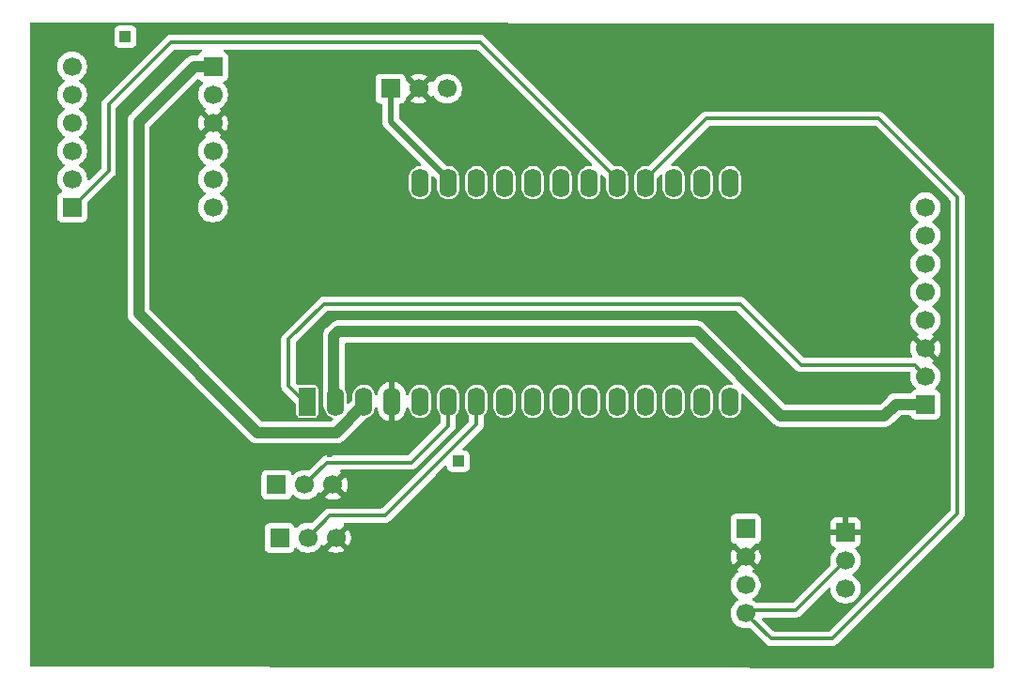
<source format=gbl>
%TF.GenerationSoftware,KiCad,Pcbnew,9.0.6*%
%TF.CreationDate,2025-11-22T22:40:17-08:00*%
%TF.ProjectId,A_Team_ECE411,415f5465-616d-45f4-9543-453431312e6b,4*%
%TF.SameCoordinates,Original*%
%TF.FileFunction,Copper,L2,Bot*%
%TF.FilePolarity,Positive*%
%FSLAX46Y46*%
G04 Gerber Fmt 4.6, Leading zero omitted, Abs format (unit mm)*
G04 Created by KiCad (PCBNEW 9.0.6) date 2025-11-22 22:40:17*
%MOMM*%
%LPD*%
G01*
G04 APERTURE LIST*
G04 Aperture macros list*
%AMRoundRect*
0 Rectangle with rounded corners*
0 $1 Rounding radius*
0 $2 $3 $4 $5 $6 $7 $8 $9 X,Y pos of 4 corners*
0 Add a 4 corners polygon primitive as box body*
4,1,4,$2,$3,$4,$5,$6,$7,$8,$9,$2,$3,0*
0 Add four circle primitives for the rounded corners*
1,1,$1+$1,$2,$3*
1,1,$1+$1,$4,$5*
1,1,$1+$1,$6,$7*
1,1,$1+$1,$8,$9*
0 Add four rect primitives between the rounded corners*
20,1,$1+$1,$2,$3,$4,$5,0*
20,1,$1+$1,$4,$5,$6,$7,0*
20,1,$1+$1,$6,$7,$8,$9,0*
20,1,$1+$1,$8,$9,$2,$3,0*%
G04 Aperture macros list end*
%TA.AperFunction,ComponentPad*%
%ADD10R,1.700000X1.700000*%
%TD*%
%TA.AperFunction,ComponentPad*%
%ADD11C,1.700000*%
%TD*%
%TA.AperFunction,ComponentPad*%
%ADD12RoundRect,0.250000X0.550000X-1.050000X0.550000X1.050000X-0.550000X1.050000X-0.550000X-1.050000X0*%
%TD*%
%TA.AperFunction,ComponentPad*%
%ADD13O,1.600000X2.600000*%
%TD*%
%TA.AperFunction,ComponentPad*%
%ADD14R,1.000000X1.000000*%
%TD*%
%TA.AperFunction,ViaPad*%
%ADD15C,0.600000*%
%TD*%
%TA.AperFunction,Conductor*%
%ADD16C,0.200000*%
%TD*%
%TA.AperFunction,Conductor*%
%ADD17C,0.300000*%
%TD*%
%TA.AperFunction,Conductor*%
%ADD18C,1.000000*%
%TD*%
%TA.AperFunction,Conductor*%
%ADD19C,0.500000*%
%TD*%
G04 APERTURE END LIST*
D10*
%TO.P,U2,1,VCC*%
%TO.N,+3.3V*%
X221700000Y-102490000D03*
D11*
%TO.P,U2,2,RST*%
%TO.N,/REST*%
X221700000Y-99950000D03*
%TO.P,U2,3,GND*%
%TO.N,GND*%
X221700000Y-97410000D03*
%TO.P,U2,4,IRQ*%
%TO.N,unconnected-(U2-IRQ-Pad4)*%
X221700000Y-94870000D03*
%TO.P,U2,5,MISO/SCL/TX*%
%TO.N,/MISO*%
X221700000Y-92330000D03*
%TO.P,U2,6,MOSI*%
%TO.N,/MOSI*%
X221700000Y-89790000D03*
%TO.P,U2,7,SCK*%
%TO.N,/SCK*%
X221700000Y-87250000D03*
%TO.P,U2,8,SS/SDA/RX*%
%TO.N,/IO10*%
X221700000Y-84710000D03*
%TD*%
D10*
%TO.P,JP2,1,1*%
%TO.N,/CS*%
X144800000Y-84700000D03*
D11*
%TO.P,JP2,2,2*%
%TO.N,/MISO*%
X144800000Y-82160000D03*
%TO.P,JP2,3,3*%
%TO.N,/ADC1*%
X144800000Y-79620000D03*
%TO.P,JP2,4,4*%
%TO.N,/ADC2*%
X144800000Y-77080000D03*
%TO.P,JP2,5,5*%
%TO.N,/ADC3*%
X144800000Y-74540000D03*
%TO.P,JP2,6,6*%
%TO.N,/INT2*%
X144800000Y-72000000D03*
%TD*%
D10*
%TO.P,D4,1,VDD*%
%TO.N,+5V*%
X163500000Y-114500000D03*
D11*
%TO.P,D4,2,DIN*%
%TO.N,Net-(A1-A2)*%
X166040000Y-114500000D03*
%TO.P,D4,3,GND*%
%TO.N,GND*%
X168580000Y-114500000D03*
%TD*%
D12*
%TO.P,A1,1,~{RESET}*%
%TO.N,/REST*%
X166000000Y-102200000D03*
D13*
%TO.P,A1,2,3V3*%
%TO.N,+3.3V*%
X168540000Y-102200000D03*
%TO.P,A1,3,3V3*%
%TO.N,Net-(A1-3V3-Pad3)*%
X171080000Y-102200000D03*
%TO.P,A1,4,GND*%
%TO.N,GND*%
X173620000Y-102200000D03*
%TO.P,A1,5,A0*%
%TO.N,/A0*%
X176160000Y-102200000D03*
%TO.P,A1,6,A1*%
%TO.N,/IO11*%
X178700000Y-102200000D03*
%TO.P,A1,7,A2*%
%TO.N,Net-(A1-A2)*%
X181240000Y-102200000D03*
%TO.P,A1,8,A3*%
%TO.N,unconnected-(A1-A3-Pad8)*%
X183780000Y-102200000D03*
%TO.P,A1,9,A4*%
%TO.N,unconnected-(A1-A4-Pad9)*%
X186320000Y-102200000D03*
%TO.P,A1,10,A5*%
%TO.N,unconnected-(A1-A5-Pad10)*%
X188860000Y-102200000D03*
%TO.P,A1,11,SCK*%
%TO.N,/SCK*%
X191400000Y-102200000D03*
%TO.P,A1,12,MOSI*%
%TO.N,/MOSI*%
X193940000Y-102200000D03*
%TO.P,A1,13,MISO*%
%TO.N,/MISO*%
X196480000Y-102200000D03*
%TO.P,A1,14,RX*%
%TO.N,unconnected-(A1-RX-Pad14)*%
X199020000Y-102200000D03*
%TO.P,A1,15,TX*%
%TO.N,unconnected-(A1-TX-Pad15)*%
X201560000Y-102200000D03*
%TO.P,A1,16,DB*%
%TO.N,unconnected-(A1-DB-Pad16)*%
X204100000Y-102200000D03*
%TO.P,A1,17,SDA/IO3*%
%TO.N,unconnected-(A1-SDA{slash}IO3-Pad17)*%
X204100000Y-82480000D03*
%TO.P,A1,18,SCL/IO4*%
%TO.N,unconnected-(A1-SCL{slash}IO4-Pad18)*%
X201560000Y-82480000D03*
%TO.P,A1,19,IO5*%
%TO.N,unconnected-(A1-IO5-Pad19)*%
X199020000Y-82480000D03*
%TO.P,A1,20,IO6*%
%TO.N,/IO6*%
X196480000Y-82480000D03*
%TO.P,A1,21,IO9*%
%TO.N,/CS*%
X193940000Y-82480000D03*
%TO.P,A1,22,IO10*%
%TO.N,/IO10*%
X191400000Y-82480000D03*
%TO.P,A1,23,IO11*%
%TO.N,unconnected-(A1-IO11-Pad23)*%
X188860000Y-82480000D03*
%TO.P,A1,24,IO12*%
%TO.N,unconnected-(A1-IO12-Pad24)*%
X186320000Y-82480000D03*
%TO.P,A1,25,IO13*%
%TO.N,unconnected-(A1-IO13-Pad25)*%
X183780000Y-82480000D03*
%TO.P,A1,26,VBUS*%
%TO.N,unconnected-(A1-VBUS-Pad26)*%
X181240000Y-82480000D03*
%TO.P,A1,27,EN*%
%TO.N,Net-(A1-EN)*%
X178700000Y-82480000D03*
%TO.P,A1,28,VBAT*%
%TO.N,unconnected-(A1-VBAT-Pad28)*%
X176160000Y-82480000D03*
%TD*%
D14*
%TO.P,TP1,1,1*%
%TO.N,/INT2*%
X149600000Y-69300000D03*
%TD*%
D10*
%TO.P,D1,1,VDD*%
%TO.N,+5V*%
X163230000Y-109730000D03*
D11*
%TO.P,D1,2,DIN*%
%TO.N,/IO11*%
X165770000Y-109730000D03*
%TO.P,D1,3,GND*%
%TO.N,GND*%
X168310000Y-109730000D03*
%TD*%
D14*
%TO.P,TP2,1,1*%
%TO.N,/A0*%
X179600000Y-107600000D03*
%TD*%
D10*
%TO.P,SW2,1,A*%
%TO.N,Net-(A1-EN)*%
X173500000Y-74000000D03*
D11*
%TO.P,SW2,2,B*%
%TO.N,GND*%
X176040000Y-74000000D03*
%TO.P,SW2,3,C*%
%TO.N,unconnected-(SW2-C-Pad3)*%
X178580000Y-74000000D03*
%TD*%
D10*
%TO.P,IC1,1,VIN*%
%TO.N,+3.3V*%
X205500000Y-113690000D03*
D11*
%TO.P,IC1,2,GND*%
%TO.N,GND*%
X205500000Y-116230000D03*
%TO.P,IC1,3,VOUT*%
%TO.N,+5V*%
X205500000Y-118770000D03*
%TO.P,IC1,4,EN*%
%TO.N,/IO6*%
X205500000Y-121310000D03*
%TD*%
%TO.P,SW1,2,B*%
%TO.N,/IO6*%
X214500000Y-116540000D03*
%TO.P,SW1,3,3V*%
%TO.N,+3.3V*%
X214500000Y-119080000D03*
D10*
%TO.P,SW1,1,GND*%
%TO.N,GND*%
X214500000Y-114000000D03*
%TD*%
%TO.P,JP3,1,1*%
%TO.N,Net-(A1-3V3-Pad3)*%
X157500000Y-72000000D03*
D11*
%TO.P,JP3,2,2*%
%TO.N,unconnected-(JP3-Pad2)*%
X157500000Y-74540000D03*
%TO.P,JP3,3,3*%
%TO.N,GND*%
X157500000Y-77080000D03*
%TO.P,JP3,4,4*%
%TO.N,/SCK*%
X157500000Y-79620000D03*
%TO.P,JP3,5,5*%
%TO.N,/MOSI*%
X157500000Y-82160000D03*
%TO.P,JP3,6,6*%
%TO.N,/A0*%
X157500000Y-84700000D03*
%TD*%
D15*
%TO.N,GND*%
X217500000Y-84800000D03*
X171500000Y-97500000D03*
X208500000Y-116500000D03*
X179300000Y-97300000D03*
X175700000Y-98300000D03*
X170730000Y-109730000D03*
X173600000Y-104800000D03*
X182400000Y-99100000D03*
X187600000Y-71800000D03*
X185000000Y-109000000D03*
X219500000Y-73500000D03*
X156500000Y-105000000D03*
X168000000Y-107000000D03*
X214500000Y-110100000D03*
X150500000Y-105000000D03*
X205500000Y-105500000D03*
X171500000Y-115500000D03*
%TD*%
D16*
%TO.N,GND*%
X214190000Y-113690000D02*
X214216450Y-113716450D01*
D17*
%TO.N,/IO6*%
X217500000Y-76700000D02*
X224600000Y-83800000D01*
X196480000Y-82180000D02*
X201960000Y-76700000D01*
X224600000Y-112300000D02*
X213300000Y-123600000D01*
X213300000Y-123600000D02*
X207790000Y-123600000D01*
X214500000Y-116540000D02*
X210013550Y-121026450D01*
X201960000Y-76700000D02*
X217500000Y-76700000D01*
X210013550Y-121026450D02*
X205783550Y-121026450D01*
X224600000Y-83800000D02*
X224600000Y-112300000D01*
X207790000Y-123600000D02*
X205783550Y-121593550D01*
%TO.N,/IO11*%
X178700000Y-104402000D02*
X175402000Y-107700000D01*
X167800000Y-107700000D02*
X165770000Y-109730000D01*
X178700000Y-102500000D02*
X178700000Y-104402000D01*
X175402000Y-107700000D02*
X167800000Y-107700000D01*
%TO.N,/REST*%
X167500000Y-93400000D02*
X205000000Y-93400000D01*
X210500000Y-98900000D02*
X220730000Y-98900000D01*
X220730000Y-98900000D02*
X221740000Y-99910000D01*
X164300000Y-96600000D02*
X167500000Y-93400000D01*
X164300000Y-100800000D02*
X164300000Y-96600000D01*
X166000000Y-102500000D02*
X164300000Y-100800000D01*
X205000000Y-93400000D02*
X210500000Y-98900000D01*
%TO.N,Net-(A1-A2)*%
X173000000Y-112500000D02*
X168040000Y-112500000D01*
X168040000Y-112500000D02*
X166040000Y-114500000D01*
X181240000Y-104260000D02*
X173000000Y-112500000D01*
X181240000Y-102500000D02*
X181240000Y-104260000D01*
D18*
%TO.N,+3.3V*%
X218000000Y-103500000D02*
X219050000Y-102450000D01*
X168400000Y-102360000D02*
X168400000Y-96300000D01*
X168800000Y-95900000D02*
X201100000Y-95900000D01*
X168540000Y-102500000D02*
X168400000Y-102360000D01*
X208700000Y-103500000D02*
X218000000Y-103500000D01*
X168400000Y-96300000D02*
X168800000Y-95900000D01*
X219050000Y-102450000D02*
X221740000Y-102450000D01*
X201100000Y-95900000D02*
X208700000Y-103500000D01*
D16*
%TO.N,+5V*%
X163190000Y-109690000D02*
X163230000Y-109730000D01*
D17*
%TO.N,/CS*%
X181560000Y-69800000D02*
X153700000Y-69800000D01*
X148100000Y-75400000D02*
X148100000Y-81400000D01*
X193940000Y-82180000D02*
X181560000Y-69800000D01*
X148100000Y-81400000D02*
X144800000Y-84700000D01*
X153700000Y-69800000D02*
X148100000Y-75400000D01*
D19*
%TO.N,Net-(A1-EN)*%
X173500000Y-74000000D02*
X173500000Y-76980000D01*
X173500000Y-76980000D02*
X178700000Y-82180000D01*
D18*
%TO.N,Net-(A1-3V3-Pad3)*%
X161500000Y-105000000D02*
X150800000Y-94300000D01*
X171080000Y-102500000D02*
X168580000Y-105000000D01*
X150800000Y-77000000D02*
X155800000Y-72000000D01*
X168580000Y-105000000D02*
X161500000Y-105000000D01*
X155800000Y-72000000D02*
X157500000Y-72000000D01*
X150800000Y-94300000D02*
X150800000Y-77000000D01*
%TD*%
%TA.AperFunction,Conductor*%
%TO.N,GND*%
G36*
X227775329Y-68099790D02*
G01*
X227842346Y-68119551D01*
X227888041Y-68172407D01*
X227899188Y-68223852D01*
X227870298Y-126124766D01*
X227850580Y-126191796D01*
X227797753Y-126237524D01*
X227746157Y-126248704D01*
X141124359Y-126150293D01*
X141057342Y-126130532D01*
X141011647Y-126077676D01*
X141000500Y-126026293D01*
X141000500Y-113602135D01*
X162149500Y-113602135D01*
X162149500Y-115397870D01*
X162149501Y-115397876D01*
X162155908Y-115457483D01*
X162206202Y-115592328D01*
X162206206Y-115592335D01*
X162292452Y-115707544D01*
X162292455Y-115707547D01*
X162407664Y-115793793D01*
X162407671Y-115793797D01*
X162542517Y-115844091D01*
X162542516Y-115844091D01*
X162549444Y-115844835D01*
X162602127Y-115850500D01*
X164397872Y-115850499D01*
X164457483Y-115844091D01*
X164592331Y-115793796D01*
X164707546Y-115707546D01*
X164793796Y-115592331D01*
X164842810Y-115460916D01*
X164884681Y-115404984D01*
X164950145Y-115380566D01*
X165018418Y-115395417D01*
X165046673Y-115416569D01*
X165160213Y-115530109D01*
X165332179Y-115655048D01*
X165332181Y-115655049D01*
X165332184Y-115655051D01*
X165521588Y-115751557D01*
X165723757Y-115817246D01*
X165933713Y-115850500D01*
X165933714Y-115850500D01*
X166146286Y-115850500D01*
X166146287Y-115850500D01*
X166356243Y-115817246D01*
X166558412Y-115751557D01*
X166747816Y-115655051D01*
X166834138Y-115592335D01*
X166919786Y-115530109D01*
X166919788Y-115530106D01*
X166919792Y-115530104D01*
X167070104Y-115379792D01*
X167070106Y-115379788D01*
X167070109Y-115379786D01*
X167155890Y-115261717D01*
X167195051Y-115207816D01*
X167199793Y-115198508D01*
X167247763Y-115147711D01*
X167315583Y-115130911D01*
X167381719Y-115153445D01*
X167420763Y-115198500D01*
X167425373Y-115207547D01*
X167464728Y-115261716D01*
X168097037Y-114629408D01*
X168114075Y-114692993D01*
X168179901Y-114807007D01*
X168272993Y-114900099D01*
X168387007Y-114965925D01*
X168450590Y-114982962D01*
X167818282Y-115615269D01*
X167818282Y-115615270D01*
X167872449Y-115654624D01*
X168061782Y-115751095D01*
X168263870Y-115816757D01*
X168473754Y-115850000D01*
X168686246Y-115850000D01*
X168896127Y-115816757D01*
X168896130Y-115816757D01*
X169098217Y-115751095D01*
X169287554Y-115654622D01*
X169341716Y-115615270D01*
X169341717Y-115615270D01*
X168709408Y-114982962D01*
X168772993Y-114965925D01*
X168887007Y-114900099D01*
X168980099Y-114807007D01*
X169045925Y-114692993D01*
X169062962Y-114629408D01*
X169695270Y-115261717D01*
X169695270Y-115261716D01*
X169734622Y-115207554D01*
X169831095Y-115018217D01*
X169896757Y-114816130D01*
X169896757Y-114816127D01*
X169930000Y-114606246D01*
X169930000Y-114393753D01*
X169896757Y-114183872D01*
X169896757Y-114183869D01*
X169831095Y-113981782D01*
X169734624Y-113792449D01*
X169695270Y-113738282D01*
X169695269Y-113738282D01*
X169062962Y-114370590D01*
X169045925Y-114307007D01*
X168980099Y-114192993D01*
X168887007Y-114099901D01*
X168772993Y-114034075D01*
X168709408Y-114017037D01*
X169341716Y-113384728D01*
X169341716Y-113384727D01*
X169328077Y-113374818D01*
X169285411Y-113319489D01*
X169279432Y-113249875D01*
X169312037Y-113188080D01*
X169372876Y-113153723D01*
X169400962Y-113150500D01*
X173064071Y-113150500D01*
X173148615Y-113133682D01*
X173189744Y-113125501D01*
X173308127Y-113076465D01*
X173414669Y-113005277D01*
X173512040Y-112907906D01*
X173718822Y-112701125D01*
X177606514Y-108813431D01*
X178387821Y-108032123D01*
X178449142Y-107998640D01*
X178518834Y-108003624D01*
X178574767Y-108045496D01*
X178599184Y-108110960D01*
X178599500Y-108119802D01*
X178599500Y-108147868D01*
X178599501Y-108147876D01*
X178605908Y-108207483D01*
X178656202Y-108342328D01*
X178656206Y-108342335D01*
X178742452Y-108457544D01*
X178742455Y-108457547D01*
X178857664Y-108543793D01*
X178857671Y-108543797D01*
X178992517Y-108594091D01*
X178992516Y-108594091D01*
X178999444Y-108594835D01*
X179052127Y-108600500D01*
X180147872Y-108600499D01*
X180207483Y-108594091D01*
X180342331Y-108543796D01*
X180457546Y-108457546D01*
X180543796Y-108342331D01*
X180594091Y-108207483D01*
X180600500Y-108147873D01*
X180600499Y-107052128D01*
X180594091Y-106992517D01*
X180543796Y-106857669D01*
X180543795Y-106857668D01*
X180543793Y-106857664D01*
X180457547Y-106742455D01*
X180457544Y-106742452D01*
X180342335Y-106656206D01*
X180342328Y-106656202D01*
X180207482Y-106605908D01*
X180207483Y-106605908D01*
X180147883Y-106599501D01*
X180147881Y-106599500D01*
X180147873Y-106599500D01*
X180147865Y-106599500D01*
X180119807Y-106599500D01*
X180052768Y-106579815D01*
X180007013Y-106527011D01*
X179997069Y-106457853D01*
X180026094Y-106394297D01*
X180032126Y-106387819D01*
X180785260Y-105634686D01*
X181745277Y-104674669D01*
X181816465Y-104568127D01*
X181865501Y-104449743D01*
X181873682Y-104408613D01*
X181890500Y-104324071D01*
X181890500Y-103515783D01*
X181910185Y-103448744D01*
X181926814Y-103428106D01*
X182017139Y-103337782D01*
X182126632Y-103173914D01*
X182202051Y-102991835D01*
X182220299Y-102900099D01*
X182240500Y-102798543D01*
X182779499Y-102798543D01*
X182817947Y-102991829D01*
X182817950Y-102991839D01*
X182893364Y-103173907D01*
X182893371Y-103173920D01*
X183002860Y-103337781D01*
X183002863Y-103337785D01*
X183142214Y-103477136D01*
X183142218Y-103477139D01*
X183306079Y-103586628D01*
X183306092Y-103586635D01*
X183465814Y-103652793D01*
X183488165Y-103662051D01*
X183488169Y-103662051D01*
X183488170Y-103662052D01*
X183681456Y-103700500D01*
X183681459Y-103700500D01*
X183878543Y-103700500D01*
X184023196Y-103671726D01*
X184071835Y-103662051D01*
X184253914Y-103586632D01*
X184417782Y-103477139D01*
X184557139Y-103337782D01*
X184666632Y-103173914D01*
X184742051Y-102991835D01*
X184760299Y-102900099D01*
X184780500Y-102798543D01*
X185319499Y-102798543D01*
X185357947Y-102991829D01*
X185357950Y-102991839D01*
X185433364Y-103173907D01*
X185433371Y-103173920D01*
X185542860Y-103337781D01*
X185542863Y-103337785D01*
X185682214Y-103477136D01*
X185682218Y-103477139D01*
X185846079Y-103586628D01*
X185846092Y-103586635D01*
X186005814Y-103652793D01*
X186028165Y-103662051D01*
X186028169Y-103662051D01*
X186028170Y-103662052D01*
X186221456Y-103700500D01*
X186221459Y-103700500D01*
X186418543Y-103700500D01*
X186563196Y-103671726D01*
X186611835Y-103662051D01*
X186793914Y-103586632D01*
X186957782Y-103477139D01*
X187097139Y-103337782D01*
X187206632Y-103173914D01*
X187282051Y-102991835D01*
X187300299Y-102900099D01*
X187320500Y-102798543D01*
X187859499Y-102798543D01*
X187897947Y-102991829D01*
X187897950Y-102991839D01*
X187973364Y-103173907D01*
X187973371Y-103173920D01*
X188082860Y-103337781D01*
X188082863Y-103337785D01*
X188222214Y-103477136D01*
X188222218Y-103477139D01*
X188386079Y-103586628D01*
X188386092Y-103586635D01*
X188545814Y-103652793D01*
X188568165Y-103662051D01*
X188568169Y-103662051D01*
X188568170Y-103662052D01*
X188761456Y-103700500D01*
X188761459Y-103700500D01*
X188958543Y-103700500D01*
X189103196Y-103671726D01*
X189151835Y-103662051D01*
X189333914Y-103586632D01*
X189497782Y-103477139D01*
X189637139Y-103337782D01*
X189746632Y-103173914D01*
X189822051Y-102991835D01*
X189840299Y-102900099D01*
X189860500Y-102798543D01*
X190399499Y-102798543D01*
X190437947Y-102991829D01*
X190437950Y-102991839D01*
X190513364Y-103173907D01*
X190513371Y-103173920D01*
X190622860Y-103337781D01*
X190622863Y-103337785D01*
X190762214Y-103477136D01*
X190762218Y-103477139D01*
X190926079Y-103586628D01*
X190926092Y-103586635D01*
X191085814Y-103652793D01*
X191108165Y-103662051D01*
X191108169Y-103662051D01*
X191108170Y-103662052D01*
X191301456Y-103700500D01*
X191301459Y-103700500D01*
X191498543Y-103700500D01*
X191643196Y-103671726D01*
X191691835Y-103662051D01*
X191873914Y-103586632D01*
X192037782Y-103477139D01*
X192177139Y-103337782D01*
X192286632Y-103173914D01*
X192362051Y-102991835D01*
X192380299Y-102900099D01*
X192400500Y-102798543D01*
X192939499Y-102798543D01*
X192977947Y-102991829D01*
X192977950Y-102991839D01*
X193053364Y-103173907D01*
X193053371Y-103173920D01*
X193162860Y-103337781D01*
X193162863Y-103337785D01*
X193302214Y-103477136D01*
X193302218Y-103477139D01*
X193466079Y-103586628D01*
X193466092Y-103586635D01*
X193625814Y-103652793D01*
X193648165Y-103662051D01*
X193648169Y-103662051D01*
X193648170Y-103662052D01*
X193841456Y-103700500D01*
X193841459Y-103700500D01*
X194038543Y-103700500D01*
X194183196Y-103671726D01*
X194231835Y-103662051D01*
X194413914Y-103586632D01*
X194577782Y-103477139D01*
X194717139Y-103337782D01*
X194826632Y-103173914D01*
X194902051Y-102991835D01*
X194920299Y-102900099D01*
X194940500Y-102798543D01*
X195479499Y-102798543D01*
X195517947Y-102991829D01*
X195517950Y-102991839D01*
X195593364Y-103173907D01*
X195593371Y-103173920D01*
X195702860Y-103337781D01*
X195702863Y-103337785D01*
X195842214Y-103477136D01*
X195842218Y-103477139D01*
X196006079Y-103586628D01*
X196006092Y-103586635D01*
X196165814Y-103652793D01*
X196188165Y-103662051D01*
X196188169Y-103662051D01*
X196188170Y-103662052D01*
X196381456Y-103700500D01*
X196381459Y-103700500D01*
X196578543Y-103700500D01*
X196723196Y-103671726D01*
X196771835Y-103662051D01*
X196953914Y-103586632D01*
X197117782Y-103477139D01*
X197257139Y-103337782D01*
X197366632Y-103173914D01*
X197442051Y-102991835D01*
X197460299Y-102900099D01*
X197480500Y-102798543D01*
X198019499Y-102798543D01*
X198057947Y-102991829D01*
X198057950Y-102991839D01*
X198133364Y-103173907D01*
X198133371Y-103173920D01*
X198242860Y-103337781D01*
X198242863Y-103337785D01*
X198382214Y-103477136D01*
X198382218Y-103477139D01*
X198546079Y-103586628D01*
X198546092Y-103586635D01*
X198705814Y-103652793D01*
X198728165Y-103662051D01*
X198728169Y-103662051D01*
X198728170Y-103662052D01*
X198921456Y-103700500D01*
X198921459Y-103700500D01*
X199118543Y-103700500D01*
X199263196Y-103671726D01*
X199311835Y-103662051D01*
X199493914Y-103586632D01*
X199657782Y-103477139D01*
X199797139Y-103337782D01*
X199906632Y-103173914D01*
X199982051Y-102991835D01*
X200000299Y-102900099D01*
X200020500Y-102798543D01*
X200559499Y-102798543D01*
X200597947Y-102991829D01*
X200597950Y-102991839D01*
X200673364Y-103173907D01*
X200673371Y-103173920D01*
X200782860Y-103337781D01*
X200782863Y-103337785D01*
X200922214Y-103477136D01*
X200922218Y-103477139D01*
X201086079Y-103586628D01*
X201086092Y-103586635D01*
X201245814Y-103652793D01*
X201268165Y-103662051D01*
X201268169Y-103662051D01*
X201268170Y-103662052D01*
X201461456Y-103700500D01*
X201461459Y-103700500D01*
X201658543Y-103700500D01*
X201803196Y-103671726D01*
X201851835Y-103662051D01*
X202033914Y-103586632D01*
X202197782Y-103477139D01*
X202337139Y-103337782D01*
X202446632Y-103173914D01*
X202522051Y-102991835D01*
X202540299Y-102900099D01*
X202560500Y-102798543D01*
X202560500Y-101601456D01*
X202522052Y-101408170D01*
X202522051Y-101408169D01*
X202522051Y-101408165D01*
X202517704Y-101397671D01*
X202446635Y-101226092D01*
X202446628Y-101226079D01*
X202337139Y-101062218D01*
X202337136Y-101062214D01*
X202197785Y-100922863D01*
X202197781Y-100922860D01*
X202033920Y-100813371D01*
X202033907Y-100813364D01*
X201851839Y-100737950D01*
X201851829Y-100737947D01*
X201658543Y-100699500D01*
X201658541Y-100699500D01*
X201461459Y-100699500D01*
X201461457Y-100699500D01*
X201268170Y-100737947D01*
X201268160Y-100737950D01*
X201086092Y-100813364D01*
X201086079Y-100813371D01*
X200922218Y-100922860D01*
X200922214Y-100922863D01*
X200782863Y-101062214D01*
X200782860Y-101062218D01*
X200673371Y-101226079D01*
X200673364Y-101226092D01*
X200597950Y-101408160D01*
X200597947Y-101408170D01*
X200559500Y-101601456D01*
X200559500Y-101601459D01*
X200559500Y-102798541D01*
X200559500Y-102798543D01*
X200559499Y-102798543D01*
X200020500Y-102798543D01*
X200020500Y-101601456D01*
X199982052Y-101408170D01*
X199982051Y-101408169D01*
X199982051Y-101408165D01*
X199977704Y-101397671D01*
X199906635Y-101226092D01*
X199906628Y-101226079D01*
X199797139Y-101062218D01*
X199797136Y-101062214D01*
X199657785Y-100922863D01*
X199657781Y-100922860D01*
X199493920Y-100813371D01*
X199493907Y-100813364D01*
X199311839Y-100737950D01*
X199311829Y-100737947D01*
X199118543Y-100699500D01*
X199118541Y-100699500D01*
X198921459Y-100699500D01*
X198921457Y-100699500D01*
X198728170Y-100737947D01*
X198728160Y-100737950D01*
X198546092Y-100813364D01*
X198546079Y-100813371D01*
X198382218Y-100922860D01*
X198382214Y-100922863D01*
X198242863Y-101062214D01*
X198242860Y-101062218D01*
X198133371Y-101226079D01*
X198133364Y-101226092D01*
X198057950Y-101408160D01*
X198057947Y-101408170D01*
X198019500Y-101601456D01*
X198019500Y-101601459D01*
X198019500Y-102798541D01*
X198019500Y-102798543D01*
X198019499Y-102798543D01*
X197480500Y-102798543D01*
X197480500Y-101601456D01*
X197442052Y-101408170D01*
X197442051Y-101408169D01*
X197442051Y-101408165D01*
X197437704Y-101397671D01*
X197366635Y-101226092D01*
X197366628Y-101226079D01*
X197257139Y-101062218D01*
X197257136Y-101062214D01*
X197117785Y-100922863D01*
X197117781Y-100922860D01*
X196953920Y-100813371D01*
X196953907Y-100813364D01*
X196771839Y-100737950D01*
X196771829Y-100737947D01*
X196578543Y-100699500D01*
X196578541Y-100699500D01*
X196381459Y-100699500D01*
X196381457Y-100699500D01*
X196188170Y-100737947D01*
X196188160Y-100737950D01*
X196006092Y-100813364D01*
X196006079Y-100813371D01*
X195842218Y-100922860D01*
X195842214Y-100922863D01*
X195702863Y-101062214D01*
X195702860Y-101062218D01*
X195593371Y-101226079D01*
X195593364Y-101226092D01*
X195517950Y-101408160D01*
X195517947Y-101408170D01*
X195479500Y-101601456D01*
X195479500Y-101601459D01*
X195479500Y-102798541D01*
X195479500Y-102798543D01*
X195479499Y-102798543D01*
X194940500Y-102798543D01*
X194940500Y-101601456D01*
X194902052Y-101408170D01*
X194902051Y-101408169D01*
X194902051Y-101408165D01*
X194897704Y-101397671D01*
X194826635Y-101226092D01*
X194826628Y-101226079D01*
X194717139Y-101062218D01*
X194717136Y-101062214D01*
X194577785Y-100922863D01*
X194577781Y-100922860D01*
X194413920Y-100813371D01*
X194413907Y-100813364D01*
X194231839Y-100737950D01*
X194231829Y-100737947D01*
X194038543Y-100699500D01*
X194038541Y-100699500D01*
X193841459Y-100699500D01*
X193841457Y-100699500D01*
X193648170Y-100737947D01*
X193648160Y-100737950D01*
X193466092Y-100813364D01*
X193466079Y-100813371D01*
X193302218Y-100922860D01*
X193302214Y-100922863D01*
X193162863Y-101062214D01*
X193162860Y-101062218D01*
X193053371Y-101226079D01*
X193053364Y-101226092D01*
X192977950Y-101408160D01*
X192977947Y-101408170D01*
X192939500Y-101601456D01*
X192939500Y-101601459D01*
X192939500Y-102798541D01*
X192939500Y-102798543D01*
X192939499Y-102798543D01*
X192400500Y-102798543D01*
X192400500Y-101601456D01*
X192362052Y-101408170D01*
X192362051Y-101408169D01*
X192362051Y-101408165D01*
X192357704Y-101397671D01*
X192286635Y-101226092D01*
X192286628Y-101226079D01*
X192177139Y-101062218D01*
X192177136Y-101062214D01*
X192037785Y-100922863D01*
X192037781Y-100922860D01*
X191873920Y-100813371D01*
X191873907Y-100813364D01*
X191691839Y-100737950D01*
X191691829Y-100737947D01*
X191498543Y-100699500D01*
X191498541Y-100699500D01*
X191301459Y-100699500D01*
X191301457Y-100699500D01*
X191108170Y-100737947D01*
X191108160Y-100737950D01*
X190926092Y-100813364D01*
X190926079Y-100813371D01*
X190762218Y-100922860D01*
X190762214Y-100922863D01*
X190622863Y-101062214D01*
X190622860Y-101062218D01*
X190513371Y-101226079D01*
X190513364Y-101226092D01*
X190437950Y-101408160D01*
X190437947Y-101408170D01*
X190399500Y-101601456D01*
X190399500Y-101601459D01*
X190399500Y-102798541D01*
X190399500Y-102798543D01*
X190399499Y-102798543D01*
X189860500Y-102798543D01*
X189860500Y-101601456D01*
X189822052Y-101408170D01*
X189822051Y-101408169D01*
X189822051Y-101408165D01*
X189817704Y-101397671D01*
X189746635Y-101226092D01*
X189746628Y-101226079D01*
X189637139Y-101062218D01*
X189637136Y-101062214D01*
X189497785Y-100922863D01*
X189497781Y-100922860D01*
X189333920Y-100813371D01*
X189333907Y-100813364D01*
X189151839Y-100737950D01*
X189151829Y-100737947D01*
X188958543Y-100699500D01*
X188958541Y-100699500D01*
X188761459Y-100699500D01*
X188761457Y-100699500D01*
X188568170Y-100737947D01*
X188568160Y-100737950D01*
X188386092Y-100813364D01*
X188386079Y-100813371D01*
X188222218Y-100922860D01*
X188222214Y-100922863D01*
X188082863Y-101062214D01*
X188082860Y-101062218D01*
X187973371Y-101226079D01*
X187973364Y-101226092D01*
X187897950Y-101408160D01*
X187897947Y-101408170D01*
X187859500Y-101601456D01*
X187859500Y-101601459D01*
X187859500Y-102798541D01*
X187859500Y-102798543D01*
X187859499Y-102798543D01*
X187320500Y-102798543D01*
X187320500Y-101601456D01*
X187282052Y-101408170D01*
X187282051Y-101408169D01*
X187282051Y-101408165D01*
X187277704Y-101397671D01*
X187206635Y-101226092D01*
X187206628Y-101226079D01*
X187097139Y-101062218D01*
X187097136Y-101062214D01*
X186957785Y-100922863D01*
X186957781Y-100922860D01*
X186793920Y-100813371D01*
X186793907Y-100813364D01*
X186611839Y-100737950D01*
X186611829Y-100737947D01*
X186418543Y-100699500D01*
X186418541Y-100699500D01*
X186221459Y-100699500D01*
X186221457Y-100699500D01*
X186028170Y-100737947D01*
X186028160Y-100737950D01*
X185846092Y-100813364D01*
X185846079Y-100813371D01*
X185682218Y-100922860D01*
X185682214Y-100922863D01*
X185542863Y-101062214D01*
X185542860Y-101062218D01*
X185433371Y-101226079D01*
X185433364Y-101226092D01*
X185357950Y-101408160D01*
X185357947Y-101408170D01*
X185319500Y-101601456D01*
X185319500Y-101601459D01*
X185319500Y-102798541D01*
X185319500Y-102798543D01*
X185319499Y-102798543D01*
X184780500Y-102798543D01*
X184780500Y-101601456D01*
X184742052Y-101408170D01*
X184742051Y-101408169D01*
X184742051Y-101408165D01*
X184737704Y-101397671D01*
X184666635Y-101226092D01*
X184666628Y-101226079D01*
X184557139Y-101062218D01*
X184557136Y-101062214D01*
X184417785Y-100922863D01*
X184417781Y-100922860D01*
X184253920Y-100813371D01*
X184253907Y-100813364D01*
X184071839Y-100737950D01*
X184071829Y-100737947D01*
X183878543Y-100699500D01*
X183878541Y-100699500D01*
X183681459Y-100699500D01*
X183681457Y-100699500D01*
X183488170Y-100737947D01*
X183488160Y-100737950D01*
X183306092Y-100813364D01*
X183306079Y-100813371D01*
X183142218Y-100922860D01*
X183142214Y-100922863D01*
X183002863Y-101062214D01*
X183002860Y-101062218D01*
X182893371Y-101226079D01*
X182893364Y-101226092D01*
X182817950Y-101408160D01*
X182817947Y-101408170D01*
X182779500Y-101601456D01*
X182779500Y-101601459D01*
X182779500Y-102798541D01*
X182779500Y-102798543D01*
X182779499Y-102798543D01*
X182240500Y-102798543D01*
X182240500Y-101601456D01*
X182202052Y-101408170D01*
X182202051Y-101408169D01*
X182202051Y-101408165D01*
X182197704Y-101397671D01*
X182126635Y-101226092D01*
X182126628Y-101226079D01*
X182017139Y-101062218D01*
X182017136Y-101062214D01*
X181877785Y-100922863D01*
X181877781Y-100922860D01*
X181713920Y-100813371D01*
X181713907Y-100813364D01*
X181531839Y-100737950D01*
X181531829Y-100737947D01*
X181338543Y-100699500D01*
X181338541Y-100699500D01*
X181141459Y-100699500D01*
X181141457Y-100699500D01*
X180948170Y-100737947D01*
X180948160Y-100737950D01*
X180766092Y-100813364D01*
X180766079Y-100813371D01*
X180602218Y-100922860D01*
X180602214Y-100922863D01*
X180462863Y-101062214D01*
X180462860Y-101062218D01*
X180353371Y-101226079D01*
X180353364Y-101226092D01*
X180277950Y-101408160D01*
X180277947Y-101408170D01*
X180239500Y-101601456D01*
X180239500Y-101601459D01*
X180239500Y-102798541D01*
X180239500Y-102798543D01*
X180239499Y-102798543D01*
X180277947Y-102991829D01*
X180277950Y-102991839D01*
X180353364Y-103173907D01*
X180353371Y-103173920D01*
X180462859Y-103337780D01*
X180462860Y-103337781D01*
X180462861Y-103337782D01*
X180553182Y-103428103D01*
X180586666Y-103489424D01*
X180589500Y-103515783D01*
X180589500Y-103939192D01*
X180569815Y-104006231D01*
X180553181Y-104026873D01*
X172766873Y-111813181D01*
X172705550Y-111846666D01*
X172679192Y-111849500D01*
X167975929Y-111849500D01*
X167850261Y-111874497D01*
X167850255Y-111874499D01*
X167731875Y-111923533D01*
X167731866Y-111923538D01*
X167625331Y-111994723D01*
X167625327Y-111994726D01*
X166470711Y-113149342D01*
X166409388Y-113182827D01*
X166361244Y-113182317D01*
X166361055Y-113183516D01*
X166256111Y-113166894D01*
X166146287Y-113149500D01*
X165933713Y-113149500D01*
X165885042Y-113157208D01*
X165723760Y-113182753D01*
X165521585Y-113248444D01*
X165332179Y-113344951D01*
X165160215Y-113469889D01*
X165046673Y-113583431D01*
X164985350Y-113616915D01*
X164915658Y-113611931D01*
X164859725Y-113570059D01*
X164842810Y-113539082D01*
X164793797Y-113407671D01*
X164793793Y-113407664D01*
X164707547Y-113292455D01*
X164707544Y-113292452D01*
X164592335Y-113206206D01*
X164592328Y-113206202D01*
X164457482Y-113155908D01*
X164457483Y-113155908D01*
X164397883Y-113149501D01*
X164397881Y-113149500D01*
X164397873Y-113149500D01*
X164397864Y-113149500D01*
X162602129Y-113149500D01*
X162602123Y-113149501D01*
X162542516Y-113155908D01*
X162407671Y-113206202D01*
X162407664Y-113206206D01*
X162292455Y-113292452D01*
X162292452Y-113292455D01*
X162206206Y-113407664D01*
X162206202Y-113407671D01*
X162155908Y-113542517D01*
X162149501Y-113602116D01*
X162149500Y-113602135D01*
X141000500Y-113602135D01*
X141000500Y-108832135D01*
X161879500Y-108832135D01*
X161879500Y-110627870D01*
X161879501Y-110627876D01*
X161885908Y-110687483D01*
X161936202Y-110822328D01*
X161936206Y-110822335D01*
X162022452Y-110937544D01*
X162022455Y-110937547D01*
X162137664Y-111023793D01*
X162137671Y-111023797D01*
X162272517Y-111074091D01*
X162272516Y-111074091D01*
X162279444Y-111074835D01*
X162332127Y-111080500D01*
X164127872Y-111080499D01*
X164187483Y-111074091D01*
X164322331Y-111023796D01*
X164437546Y-110937546D01*
X164523796Y-110822331D01*
X164572810Y-110690916D01*
X164614681Y-110634984D01*
X164680145Y-110610566D01*
X164748418Y-110625417D01*
X164776673Y-110646569D01*
X164890213Y-110760109D01*
X165062179Y-110885048D01*
X165062181Y-110885049D01*
X165062184Y-110885051D01*
X165251588Y-110981557D01*
X165453757Y-111047246D01*
X165663713Y-111080500D01*
X165663714Y-111080500D01*
X165876286Y-111080500D01*
X165876287Y-111080500D01*
X166086243Y-111047246D01*
X166288412Y-110981557D01*
X166477816Y-110885051D01*
X166564138Y-110822335D01*
X166649786Y-110760109D01*
X166649788Y-110760106D01*
X166649792Y-110760104D01*
X166800104Y-110609792D01*
X166800106Y-110609788D01*
X166800109Y-110609786D01*
X166885890Y-110491717D01*
X166925051Y-110437816D01*
X166929793Y-110428508D01*
X166977763Y-110377711D01*
X167045583Y-110360911D01*
X167111719Y-110383445D01*
X167150763Y-110428500D01*
X167155373Y-110437547D01*
X167194728Y-110491716D01*
X167827037Y-109859408D01*
X167844075Y-109922993D01*
X167909901Y-110037007D01*
X168002993Y-110130099D01*
X168117007Y-110195925D01*
X168180590Y-110212962D01*
X167548282Y-110845269D01*
X167548282Y-110845270D01*
X167602449Y-110884624D01*
X167791782Y-110981095D01*
X167993870Y-111046757D01*
X168203754Y-111080000D01*
X168416246Y-111080000D01*
X168626127Y-111046757D01*
X168626130Y-111046757D01*
X168828217Y-110981095D01*
X169017554Y-110884622D01*
X169071716Y-110845270D01*
X169071717Y-110845270D01*
X168439408Y-110212962D01*
X168502993Y-110195925D01*
X168617007Y-110130099D01*
X168710099Y-110037007D01*
X168775925Y-109922993D01*
X168792962Y-109859409D01*
X169425270Y-110491717D01*
X169425270Y-110491716D01*
X169464622Y-110437554D01*
X169561095Y-110248217D01*
X169626757Y-110046130D01*
X169626757Y-110046127D01*
X169660000Y-109836246D01*
X169660000Y-109623753D01*
X169626757Y-109413872D01*
X169626757Y-109413869D01*
X169561095Y-109211782D01*
X169464624Y-109022449D01*
X169425270Y-108968282D01*
X169425269Y-108968282D01*
X168792962Y-109600590D01*
X168775925Y-109537007D01*
X168710099Y-109422993D01*
X168617007Y-109329901D01*
X168502993Y-109264075D01*
X168439408Y-109247037D01*
X169071716Y-108614728D01*
X169016785Y-108574819D01*
X168974119Y-108519489D01*
X168968140Y-108449875D01*
X169000745Y-108388080D01*
X169061584Y-108353723D01*
X169089670Y-108350500D01*
X175466071Y-108350500D01*
X175550615Y-108333682D01*
X175591744Y-108325501D01*
X175710127Y-108276465D01*
X175727160Y-108265084D01*
X175727160Y-108265083D01*
X175727162Y-108265083D01*
X175813367Y-108207483D01*
X175816669Y-108205277D01*
X179205276Y-104816670D01*
X179276465Y-104710127D01*
X179325501Y-104591744D01*
X179330199Y-104568127D01*
X179347292Y-104482197D01*
X179350500Y-104466071D01*
X179350500Y-103515783D01*
X179370185Y-103448744D01*
X179386814Y-103428106D01*
X179477139Y-103337782D01*
X179586632Y-103173914D01*
X179662051Y-102991835D01*
X179680299Y-102900099D01*
X179700500Y-102798543D01*
X179700500Y-101601456D01*
X179662052Y-101408170D01*
X179662051Y-101408169D01*
X179662051Y-101408165D01*
X179657704Y-101397671D01*
X179586635Y-101226092D01*
X179586628Y-101226079D01*
X179477139Y-101062218D01*
X179477136Y-101062214D01*
X179337785Y-100922863D01*
X179337781Y-100922860D01*
X179173920Y-100813371D01*
X179173907Y-100813364D01*
X178991839Y-100737950D01*
X178991829Y-100737947D01*
X178798543Y-100699500D01*
X178798541Y-100699500D01*
X178601459Y-100699500D01*
X178601457Y-100699500D01*
X178408170Y-100737947D01*
X178408160Y-100737950D01*
X178226092Y-100813364D01*
X178226079Y-100813371D01*
X178062218Y-100922860D01*
X178062214Y-100922863D01*
X177922863Y-101062214D01*
X177922860Y-101062218D01*
X177813371Y-101226079D01*
X177813364Y-101226092D01*
X177737950Y-101408160D01*
X177737947Y-101408170D01*
X177699500Y-101601456D01*
X177699500Y-101601459D01*
X177699500Y-102798541D01*
X177699500Y-102798543D01*
X177699499Y-102798543D01*
X177737947Y-102991829D01*
X177737950Y-102991839D01*
X177813364Y-103173907D01*
X177813371Y-103173920D01*
X177922859Y-103337780D01*
X177922860Y-103337781D01*
X177922861Y-103337782D01*
X178013182Y-103428103D01*
X178046666Y-103489424D01*
X178049500Y-103515783D01*
X178049500Y-104081192D01*
X178029815Y-104148231D01*
X178013181Y-104168873D01*
X175168873Y-107013181D01*
X175107550Y-107046666D01*
X175081192Y-107049500D01*
X167735929Y-107049500D01*
X167610261Y-107074497D01*
X167610251Y-107074500D01*
X167561220Y-107094810D01*
X167491881Y-107123530D01*
X167491863Y-107123540D01*
X167385332Y-107194721D01*
X167385325Y-107194727D01*
X166200710Y-108379342D01*
X166139387Y-108412827D01*
X166091245Y-108412315D01*
X166091055Y-108413516D01*
X165986111Y-108396894D01*
X165876287Y-108379500D01*
X165663713Y-108379500D01*
X165615042Y-108387208D01*
X165453760Y-108412753D01*
X165251585Y-108478444D01*
X165062179Y-108574951D01*
X164890215Y-108699889D01*
X164776673Y-108813431D01*
X164715350Y-108846915D01*
X164645658Y-108841931D01*
X164589725Y-108800059D01*
X164572810Y-108769082D01*
X164523797Y-108637671D01*
X164523793Y-108637664D01*
X164437547Y-108522455D01*
X164437544Y-108522452D01*
X164322335Y-108436206D01*
X164322328Y-108436202D01*
X164187482Y-108385908D01*
X164187483Y-108385908D01*
X164127883Y-108379501D01*
X164127881Y-108379500D01*
X164127873Y-108379500D01*
X164127864Y-108379500D01*
X162332129Y-108379500D01*
X162332123Y-108379501D01*
X162272516Y-108385908D01*
X162137671Y-108436202D01*
X162137664Y-108436206D01*
X162022455Y-108522452D01*
X162022452Y-108522455D01*
X161936206Y-108637664D01*
X161936202Y-108637671D01*
X161885908Y-108772517D01*
X161879501Y-108832116D01*
X161879500Y-108832135D01*
X141000500Y-108832135D01*
X141000500Y-71893713D01*
X143449500Y-71893713D01*
X143449500Y-72106286D01*
X143482753Y-72316239D01*
X143548444Y-72518414D01*
X143644951Y-72707820D01*
X143769890Y-72879786D01*
X143920213Y-73030109D01*
X144092182Y-73155050D01*
X144100946Y-73159516D01*
X144151742Y-73207491D01*
X144168536Y-73275312D01*
X144145998Y-73341447D01*
X144100946Y-73380484D01*
X144092182Y-73384949D01*
X143920213Y-73509890D01*
X143769890Y-73660213D01*
X143644951Y-73832179D01*
X143548444Y-74021585D01*
X143548443Y-74021587D01*
X143548443Y-74021588D01*
X143515598Y-74122672D01*
X143482753Y-74223760D01*
X143449500Y-74433713D01*
X143449500Y-74646286D01*
X143473786Y-74799626D01*
X143482754Y-74856243D01*
X143524697Y-74985331D01*
X143548444Y-75058414D01*
X143644951Y-75247820D01*
X143769890Y-75419786D01*
X143920213Y-75570109D01*
X144092182Y-75695050D01*
X144100946Y-75699516D01*
X144151742Y-75747491D01*
X144168536Y-75815312D01*
X144145998Y-75881447D01*
X144100946Y-75920484D01*
X144092182Y-75924949D01*
X143920213Y-76049890D01*
X143769890Y-76200213D01*
X143644951Y-76372179D01*
X143548444Y-76561585D01*
X143482753Y-76763760D01*
X143481291Y-76772993D01*
X143449500Y-76973713D01*
X143449500Y-77186287D01*
X143459534Y-77249644D01*
X143482735Y-77396127D01*
X143482754Y-77396243D01*
X143505348Y-77465781D01*
X143548444Y-77598414D01*
X143644951Y-77787820D01*
X143769890Y-77959786D01*
X143920213Y-78110109D01*
X144092182Y-78235050D01*
X144100946Y-78239516D01*
X144151742Y-78287491D01*
X144168536Y-78355312D01*
X144145998Y-78421447D01*
X144100946Y-78460484D01*
X144092182Y-78464949D01*
X143920213Y-78589890D01*
X143769890Y-78740213D01*
X143644951Y-78912179D01*
X143548444Y-79101585D01*
X143482753Y-79303760D01*
X143449500Y-79513713D01*
X143449500Y-79726286D01*
X143482753Y-79936239D01*
X143548444Y-80138414D01*
X143644951Y-80327820D01*
X143769890Y-80499786D01*
X143920213Y-80650109D01*
X144092182Y-80775050D01*
X144100946Y-80779516D01*
X144151742Y-80827491D01*
X144168536Y-80895312D01*
X144145998Y-80961447D01*
X144100946Y-81000484D01*
X144092182Y-81004949D01*
X143920213Y-81129890D01*
X143769890Y-81280213D01*
X143644951Y-81452179D01*
X143548444Y-81641585D01*
X143482753Y-81843760D01*
X143449500Y-82053713D01*
X143449500Y-82266286D01*
X143482753Y-82476239D01*
X143548444Y-82678414D01*
X143644951Y-82867820D01*
X143769890Y-83039786D01*
X143883430Y-83153326D01*
X143916915Y-83214649D01*
X143911931Y-83284341D01*
X143870059Y-83340274D01*
X143839083Y-83357189D01*
X143707669Y-83406203D01*
X143707664Y-83406206D01*
X143592455Y-83492452D01*
X143592452Y-83492455D01*
X143506206Y-83607664D01*
X143506202Y-83607671D01*
X143455908Y-83742517D01*
X143449501Y-83802116D01*
X143449500Y-83802135D01*
X143449500Y-85597870D01*
X143449501Y-85597876D01*
X143455908Y-85657483D01*
X143506202Y-85792328D01*
X143506206Y-85792335D01*
X143592452Y-85907544D01*
X143592455Y-85907547D01*
X143707664Y-85993793D01*
X143707671Y-85993797D01*
X143842517Y-86044091D01*
X143842516Y-86044091D01*
X143849444Y-86044835D01*
X143902127Y-86050500D01*
X145697872Y-86050499D01*
X145757483Y-86044091D01*
X145892331Y-85993796D01*
X146007546Y-85907546D01*
X146093796Y-85792331D01*
X146144091Y-85657483D01*
X146150500Y-85597873D01*
X146150499Y-84320806D01*
X146170184Y-84253768D01*
X146186813Y-84233131D01*
X148605277Y-81814669D01*
X148676465Y-81708127D01*
X148679175Y-81701584D01*
X148725501Y-81589744D01*
X148742142Y-81506086D01*
X148750500Y-81464071D01*
X148750500Y-75720808D01*
X148770185Y-75653769D01*
X148786819Y-75633127D01*
X153933127Y-70486819D01*
X153994450Y-70453334D01*
X154020808Y-70450500D01*
X156405952Y-70450500D01*
X156472991Y-70470185D01*
X156518746Y-70522989D01*
X156528690Y-70592147D01*
X156499665Y-70655703D01*
X156449285Y-70690682D01*
X156407671Y-70706202D01*
X156407664Y-70706206D01*
X156292455Y-70792452D01*
X156292452Y-70792455D01*
X156206206Y-70907664D01*
X156206204Y-70907668D01*
X156206204Y-70907669D01*
X156202039Y-70918834D01*
X156160171Y-70974766D01*
X156094707Y-70999184D01*
X156085859Y-70999500D01*
X155701455Y-70999500D01*
X155604812Y-71018724D01*
X155508167Y-71037947D01*
X155508161Y-71037949D01*
X155454834Y-71060037D01*
X155454834Y-71060038D01*
X155409315Y-71078892D01*
X155326089Y-71113366D01*
X155326079Y-71113371D01*
X155162219Y-71222859D01*
X155092900Y-71292179D01*
X155022861Y-71362218D01*
X155022858Y-71362221D01*
X150162221Y-76222858D01*
X150162218Y-76222861D01*
X150092538Y-76292540D01*
X150022859Y-76362219D01*
X149913371Y-76526079D01*
X149913364Y-76526092D01*
X149837950Y-76708160D01*
X149837947Y-76708170D01*
X149799500Y-76901456D01*
X149799500Y-76901459D01*
X149799500Y-94398541D01*
X149799500Y-94398543D01*
X149799499Y-94398543D01*
X149837947Y-94591829D01*
X149837950Y-94591839D01*
X149913364Y-94773907D01*
X149913371Y-94773920D01*
X150022860Y-94937781D01*
X150022863Y-94937785D01*
X150166537Y-95081459D01*
X150166559Y-95081479D01*
X160719735Y-105634655D01*
X160719764Y-105634686D01*
X160862214Y-105777136D01*
X160862218Y-105777139D01*
X161026079Y-105886628D01*
X161026092Y-105886635D01*
X161154833Y-105939961D01*
X161197744Y-105957735D01*
X161208164Y-105962051D01*
X161304812Y-105981275D01*
X161353135Y-105990887D01*
X161401458Y-106000500D01*
X161401459Y-106000500D01*
X168678542Y-106000500D01*
X168709566Y-105994328D01*
X168775188Y-105981275D01*
X168871836Y-105962051D01*
X168925165Y-105939961D01*
X169053914Y-105886632D01*
X169217782Y-105777139D01*
X169357139Y-105637782D01*
X169357140Y-105637779D01*
X169364206Y-105630714D01*
X169364209Y-105630710D01*
X171296596Y-103698322D01*
X171357917Y-103664839D01*
X171360055Y-103664393D01*
X171371835Y-103662051D01*
X171553914Y-103586632D01*
X171717782Y-103477139D01*
X171857139Y-103337782D01*
X171966632Y-103173914D01*
X172042051Y-102991835D01*
X172078034Y-102810937D01*
X172110419Y-102749027D01*
X172171134Y-102714453D01*
X172240904Y-102718192D01*
X172297576Y-102759059D01*
X172322124Y-102815731D01*
X172352009Y-103004417D01*
X172415244Y-103199031D01*
X172508140Y-103381349D01*
X172628417Y-103546894D01*
X172628417Y-103546895D01*
X172773104Y-103691582D01*
X172938650Y-103811859D01*
X173120968Y-103904754D01*
X173315578Y-103967988D01*
X173370000Y-103976607D01*
X173370000Y-102933012D01*
X173427007Y-102965925D01*
X173554174Y-103000000D01*
X173685826Y-103000000D01*
X173812993Y-102965925D01*
X173870000Y-102933012D01*
X173870000Y-103976606D01*
X173924421Y-103967988D01*
X174119031Y-103904754D01*
X174301349Y-103811859D01*
X174466894Y-103691582D01*
X174466895Y-103691582D01*
X174611582Y-103546895D01*
X174611582Y-103546894D01*
X174731859Y-103381349D01*
X174824755Y-103199031D01*
X174887990Y-103004417D01*
X174917875Y-102815731D01*
X174947804Y-102752596D01*
X175007116Y-102715665D01*
X175076978Y-102716663D01*
X175135211Y-102755273D01*
X175161965Y-102810937D01*
X175197947Y-102991829D01*
X175197950Y-102991839D01*
X175273364Y-103173907D01*
X175273371Y-103173920D01*
X175382860Y-103337781D01*
X175382863Y-103337785D01*
X175522214Y-103477136D01*
X175522218Y-103477139D01*
X175686079Y-103586628D01*
X175686092Y-103586635D01*
X175845814Y-103652793D01*
X175868165Y-103662051D01*
X175868169Y-103662051D01*
X175868170Y-103662052D01*
X176061456Y-103700500D01*
X176061459Y-103700500D01*
X176258543Y-103700500D01*
X176403196Y-103671726D01*
X176451835Y-103662051D01*
X176633914Y-103586632D01*
X176797782Y-103477139D01*
X176937139Y-103337782D01*
X177046632Y-103173914D01*
X177122051Y-102991835D01*
X177140299Y-102900099D01*
X177160500Y-102798543D01*
X177160500Y-101601456D01*
X177122052Y-101408170D01*
X177122051Y-101408169D01*
X177122051Y-101408165D01*
X177117704Y-101397671D01*
X177046635Y-101226092D01*
X177046628Y-101226079D01*
X176937139Y-101062218D01*
X176937136Y-101062214D01*
X176797785Y-100922863D01*
X176797781Y-100922860D01*
X176633920Y-100813371D01*
X176633907Y-100813364D01*
X176451839Y-100737950D01*
X176451829Y-100737947D01*
X176258543Y-100699500D01*
X176258541Y-100699500D01*
X176061459Y-100699500D01*
X176061457Y-100699500D01*
X175868170Y-100737947D01*
X175868160Y-100737950D01*
X175686092Y-100813364D01*
X175686079Y-100813371D01*
X175522218Y-100922860D01*
X175522214Y-100922863D01*
X175382863Y-101062214D01*
X175382860Y-101062218D01*
X175273371Y-101226079D01*
X175273364Y-101226092D01*
X175197950Y-101408160D01*
X175197947Y-101408170D01*
X175161965Y-101589062D01*
X175129580Y-101650973D01*
X175068864Y-101685547D01*
X174999094Y-101681806D01*
X174942423Y-101640940D01*
X174917875Y-101584268D01*
X174887990Y-101395582D01*
X174824755Y-101200968D01*
X174731859Y-101018650D01*
X174611582Y-100853105D01*
X174611582Y-100853104D01*
X174466895Y-100708417D01*
X174301349Y-100588140D01*
X174119029Y-100495244D01*
X173924413Y-100432009D01*
X173870000Y-100423390D01*
X173870000Y-102066988D01*
X173812993Y-102034075D01*
X173685826Y-102000000D01*
X173554174Y-102000000D01*
X173427007Y-102034075D01*
X173370000Y-102066988D01*
X173370000Y-100423390D01*
X173315586Y-100432009D01*
X173120970Y-100495244D01*
X172938650Y-100588140D01*
X172773105Y-100708417D01*
X172773104Y-100708417D01*
X172628417Y-100853104D01*
X172628417Y-100853105D01*
X172508140Y-101018650D01*
X172415244Y-101200968D01*
X172352010Y-101395581D01*
X172322124Y-101584269D01*
X172292194Y-101647403D01*
X172232883Y-101684334D01*
X172163020Y-101683336D01*
X172104788Y-101644726D01*
X172078034Y-101589061D01*
X172064509Y-101521069D01*
X172042051Y-101408165D01*
X172037704Y-101397671D01*
X171966635Y-101226092D01*
X171966628Y-101226079D01*
X171857139Y-101062218D01*
X171857136Y-101062214D01*
X171717785Y-100922863D01*
X171717781Y-100922860D01*
X171553920Y-100813371D01*
X171553907Y-100813364D01*
X171371839Y-100737950D01*
X171371829Y-100737947D01*
X171178543Y-100699500D01*
X171178541Y-100699500D01*
X170981459Y-100699500D01*
X170981457Y-100699500D01*
X170788170Y-100737947D01*
X170788160Y-100737950D01*
X170606092Y-100813364D01*
X170606079Y-100813371D01*
X170442218Y-100922860D01*
X170442214Y-100922863D01*
X170302863Y-101062214D01*
X170302860Y-101062218D01*
X170193371Y-101226079D01*
X170193364Y-101226092D01*
X170117950Y-101408160D01*
X170117947Y-101408170D01*
X170079500Y-101601456D01*
X170079500Y-102034218D01*
X170059815Y-102101257D01*
X170043181Y-102121899D01*
X169752181Y-102412899D01*
X169690858Y-102446384D01*
X169621166Y-102441400D01*
X169565233Y-102399528D01*
X169540816Y-102334064D01*
X169540500Y-102325218D01*
X169540500Y-101601456D01*
X169502052Y-101408170D01*
X169502051Y-101408169D01*
X169502051Y-101408165D01*
X169497704Y-101397671D01*
X169426635Y-101226093D01*
X169426634Y-101226092D01*
X169426632Y-101226086D01*
X169421396Y-101218249D01*
X169400520Y-101151571D01*
X169400500Y-101149361D01*
X169400500Y-97024500D01*
X169420185Y-96957461D01*
X169472989Y-96911706D01*
X169524500Y-96900500D01*
X200634218Y-96900500D01*
X200701257Y-96920185D01*
X200721899Y-96936819D01*
X204272899Y-100487819D01*
X204306384Y-100549142D01*
X204301400Y-100618834D01*
X204259528Y-100674767D01*
X204194064Y-100699184D01*
X204185218Y-100699500D01*
X204001457Y-100699500D01*
X203808170Y-100737947D01*
X203808160Y-100737950D01*
X203626092Y-100813364D01*
X203626079Y-100813371D01*
X203462218Y-100922860D01*
X203462214Y-100922863D01*
X203322863Y-101062214D01*
X203322860Y-101062218D01*
X203213371Y-101226079D01*
X203213364Y-101226092D01*
X203137950Y-101408160D01*
X203137947Y-101408170D01*
X203099500Y-101601456D01*
X203099500Y-101601459D01*
X203099500Y-102798541D01*
X203099500Y-102798543D01*
X203099499Y-102798543D01*
X203137947Y-102991829D01*
X203137950Y-102991839D01*
X203213364Y-103173907D01*
X203213371Y-103173920D01*
X203322860Y-103337781D01*
X203322863Y-103337785D01*
X203462214Y-103477136D01*
X203462218Y-103477139D01*
X203626079Y-103586628D01*
X203626092Y-103586635D01*
X203785814Y-103652793D01*
X203808165Y-103662051D01*
X203808169Y-103662051D01*
X203808170Y-103662052D01*
X204001456Y-103700500D01*
X204001459Y-103700500D01*
X204198543Y-103700500D01*
X204343196Y-103671726D01*
X204391835Y-103662051D01*
X204573914Y-103586632D01*
X204737782Y-103477139D01*
X204877139Y-103337782D01*
X204986632Y-103173914D01*
X205062051Y-102991835D01*
X205080299Y-102900099D01*
X205100500Y-102798543D01*
X205100500Y-101614782D01*
X205120185Y-101547743D01*
X205172989Y-101501988D01*
X205242147Y-101492044D01*
X205305703Y-101521069D01*
X205312181Y-101527101D01*
X207919735Y-104134655D01*
X207919764Y-104134686D01*
X208062214Y-104277136D01*
X208062218Y-104277139D01*
X208226079Y-104386628D01*
X208226092Y-104386635D01*
X208354833Y-104439961D01*
X208397744Y-104457735D01*
X208408164Y-104462051D01*
X208504812Y-104481275D01*
X208553135Y-104490887D01*
X208601458Y-104500500D01*
X208601459Y-104500500D01*
X218098542Y-104500500D01*
X218129566Y-104494328D01*
X218195188Y-104481275D01*
X218291836Y-104462051D01*
X218345165Y-104439961D01*
X218473914Y-104386632D01*
X218637782Y-104277139D01*
X218777139Y-104137782D01*
X218777140Y-104137779D01*
X218784206Y-104130714D01*
X218784208Y-104130710D01*
X219428101Y-103486819D01*
X219489424Y-103453334D01*
X219515782Y-103450500D01*
X220270939Y-103450500D01*
X220337978Y-103470185D01*
X220383733Y-103522989D01*
X220387121Y-103531168D01*
X220406201Y-103582326D01*
X220406206Y-103582335D01*
X220492452Y-103697544D01*
X220492455Y-103697547D01*
X220607664Y-103783793D01*
X220607671Y-103783797D01*
X220742517Y-103834091D01*
X220742516Y-103834091D01*
X220749444Y-103834835D01*
X220802127Y-103840500D01*
X222597872Y-103840499D01*
X222657483Y-103834091D01*
X222792331Y-103783796D01*
X222907546Y-103697546D01*
X222993796Y-103582331D01*
X223044091Y-103447483D01*
X223050500Y-103387873D01*
X223050499Y-101592128D01*
X223044091Y-101532517D01*
X223039821Y-101521069D01*
X222993797Y-101397671D01*
X222993793Y-101397664D01*
X222907547Y-101282455D01*
X222907544Y-101282452D01*
X222792335Y-101196206D01*
X222792328Y-101196202D01*
X222660917Y-101147189D01*
X222604983Y-101105318D01*
X222580566Y-101039853D01*
X222595418Y-100971580D01*
X222616563Y-100943332D01*
X222730104Y-100829792D01*
X222742035Y-100813371D01*
X222855048Y-100657820D01*
X222855047Y-100657820D01*
X222855051Y-100657816D01*
X222951557Y-100468412D01*
X223017246Y-100266243D01*
X223050500Y-100056287D01*
X223050500Y-99843713D01*
X223017246Y-99633757D01*
X222951557Y-99431588D01*
X222855051Y-99242184D01*
X222855049Y-99242181D01*
X222855048Y-99242179D01*
X222730109Y-99070213D01*
X222579786Y-98919890D01*
X222407817Y-98794949D01*
X222398504Y-98790204D01*
X222347707Y-98742230D01*
X222330912Y-98674409D01*
X222353449Y-98608274D01*
X222398507Y-98569232D01*
X222407555Y-98564622D01*
X222461716Y-98525270D01*
X222461717Y-98525270D01*
X221829408Y-97892962D01*
X221892993Y-97875925D01*
X222007007Y-97810099D01*
X222100099Y-97717007D01*
X222165925Y-97602993D01*
X222182962Y-97539409D01*
X222815270Y-98171717D01*
X222815270Y-98171716D01*
X222854622Y-98117554D01*
X222951095Y-97928217D01*
X223016757Y-97726130D01*
X223016757Y-97726127D01*
X223050000Y-97516246D01*
X223050000Y-97303753D01*
X223016757Y-97093872D01*
X223016757Y-97093869D01*
X222951095Y-96891782D01*
X222854624Y-96702449D01*
X222815270Y-96648282D01*
X222815269Y-96648282D01*
X222182962Y-97280590D01*
X222165925Y-97217007D01*
X222100099Y-97102993D01*
X222007007Y-97009901D01*
X221892993Y-96944075D01*
X221829409Y-96927037D01*
X222461716Y-96294728D01*
X222407547Y-96255373D01*
X222407547Y-96255372D01*
X222398500Y-96250763D01*
X222347706Y-96202788D01*
X222330912Y-96134966D01*
X222353451Y-96068832D01*
X222398508Y-96029793D01*
X222407816Y-96025051D01*
X222487007Y-95967515D01*
X222579786Y-95900109D01*
X222579792Y-95900104D01*
X222653817Y-95826079D01*
X222730104Y-95749792D01*
X222730106Y-95749788D01*
X222730109Y-95749786D01*
X222855048Y-95577820D01*
X222855047Y-95577820D01*
X222855051Y-95577816D01*
X222951557Y-95388412D01*
X223017246Y-95186243D01*
X223050500Y-94976287D01*
X223050500Y-94763713D01*
X223017246Y-94553757D01*
X222951557Y-94351588D01*
X222855051Y-94162184D01*
X222855049Y-94162181D01*
X222855048Y-94162179D01*
X222730109Y-93990213D01*
X222579786Y-93839890D01*
X222407820Y-93714951D01*
X222407115Y-93714591D01*
X222399054Y-93710485D01*
X222348259Y-93662512D01*
X222331463Y-93594692D01*
X222353999Y-93528556D01*
X222399054Y-93489515D01*
X222407816Y-93485051D01*
X222429789Y-93469086D01*
X222579786Y-93360109D01*
X222579788Y-93360106D01*
X222579792Y-93360104D01*
X222730104Y-93209792D01*
X222730106Y-93209788D01*
X222730109Y-93209786D01*
X222855048Y-93037820D01*
X222855047Y-93037820D01*
X222855051Y-93037816D01*
X222951557Y-92848412D01*
X223017246Y-92646243D01*
X223050500Y-92436287D01*
X223050500Y-92223713D01*
X223017246Y-92013757D01*
X222951557Y-91811588D01*
X222855051Y-91622184D01*
X222855049Y-91622181D01*
X222855048Y-91622179D01*
X222730109Y-91450213D01*
X222579786Y-91299890D01*
X222407820Y-91174951D01*
X222407115Y-91174591D01*
X222399054Y-91170485D01*
X222348259Y-91122512D01*
X222331463Y-91054692D01*
X222353999Y-90988556D01*
X222399054Y-90949515D01*
X222407816Y-90945051D01*
X222429789Y-90929086D01*
X222579786Y-90820109D01*
X222579788Y-90820106D01*
X222579792Y-90820104D01*
X222730104Y-90669792D01*
X222730106Y-90669788D01*
X222730109Y-90669786D01*
X222855048Y-90497820D01*
X222855047Y-90497820D01*
X222855051Y-90497816D01*
X222951557Y-90308412D01*
X223017246Y-90106243D01*
X223050500Y-89896287D01*
X223050500Y-89683713D01*
X223017246Y-89473757D01*
X222951557Y-89271588D01*
X222855051Y-89082184D01*
X222855049Y-89082181D01*
X222855048Y-89082179D01*
X222730109Y-88910213D01*
X222579786Y-88759890D01*
X222407820Y-88634951D01*
X222407115Y-88634591D01*
X222399054Y-88630485D01*
X222348259Y-88582512D01*
X222331463Y-88514692D01*
X222353999Y-88448556D01*
X222399054Y-88409515D01*
X222407816Y-88405051D01*
X222429789Y-88389086D01*
X222579786Y-88280109D01*
X222579788Y-88280106D01*
X222579792Y-88280104D01*
X222730104Y-88129792D01*
X222730106Y-88129788D01*
X222730109Y-88129786D01*
X222855048Y-87957820D01*
X222855047Y-87957820D01*
X222855051Y-87957816D01*
X222951557Y-87768412D01*
X223017246Y-87566243D01*
X223050500Y-87356287D01*
X223050500Y-87143713D01*
X223017246Y-86933757D01*
X222951557Y-86731588D01*
X222855051Y-86542184D01*
X222855049Y-86542181D01*
X222855048Y-86542179D01*
X222730109Y-86370213D01*
X222579786Y-86219890D01*
X222407820Y-86094951D01*
X222407115Y-86094591D01*
X222399054Y-86090485D01*
X222348259Y-86042512D01*
X222331463Y-85974692D01*
X222353999Y-85908556D01*
X222399054Y-85869515D01*
X222407816Y-85865051D01*
X222507902Y-85792335D01*
X222579786Y-85740109D01*
X222579788Y-85740106D01*
X222579792Y-85740104D01*
X222730104Y-85589792D01*
X222730106Y-85589788D01*
X222730109Y-85589786D01*
X222855048Y-85417820D01*
X222855047Y-85417820D01*
X222855051Y-85417816D01*
X222951557Y-85228412D01*
X223017246Y-85026243D01*
X223050500Y-84816287D01*
X223050500Y-84603713D01*
X223017246Y-84393757D01*
X222951557Y-84191588D01*
X222855051Y-84002184D01*
X222855049Y-84002181D01*
X222855048Y-84002179D01*
X222730109Y-83830213D01*
X222579786Y-83679890D01*
X222407820Y-83554951D01*
X222218414Y-83458444D01*
X222218413Y-83458443D01*
X222218412Y-83458443D01*
X222016243Y-83392754D01*
X222016241Y-83392753D01*
X222016240Y-83392753D01*
X221854957Y-83367208D01*
X221806287Y-83359500D01*
X221593713Y-83359500D01*
X221545042Y-83367208D01*
X221383760Y-83392753D01*
X221181585Y-83458444D01*
X220992179Y-83554951D01*
X220820213Y-83679890D01*
X220669890Y-83830213D01*
X220544951Y-84002179D01*
X220448444Y-84191585D01*
X220382753Y-84393760D01*
X220349500Y-84603713D01*
X220349500Y-84816286D01*
X220381169Y-85016239D01*
X220382754Y-85026243D01*
X220445194Y-85218414D01*
X220448444Y-85228414D01*
X220544951Y-85417820D01*
X220669890Y-85589786D01*
X220820213Y-85740109D01*
X220992182Y-85865050D01*
X221000946Y-85869516D01*
X221051742Y-85917491D01*
X221068536Y-85985312D01*
X221045998Y-86051447D01*
X221000946Y-86090484D01*
X220992182Y-86094949D01*
X220820213Y-86219890D01*
X220669890Y-86370213D01*
X220544951Y-86542179D01*
X220448444Y-86731585D01*
X220382753Y-86933760D01*
X220349500Y-87143713D01*
X220349500Y-87356286D01*
X220382753Y-87566239D01*
X220448444Y-87768414D01*
X220544951Y-87957820D01*
X220669890Y-88129786D01*
X220820213Y-88280109D01*
X220992182Y-88405050D01*
X221000946Y-88409516D01*
X221051742Y-88457491D01*
X221068536Y-88525312D01*
X221045998Y-88591447D01*
X221000946Y-88630484D01*
X220992182Y-88634949D01*
X220820213Y-88759890D01*
X220669890Y-88910213D01*
X220544951Y-89082179D01*
X220448444Y-89271585D01*
X220382753Y-89473760D01*
X220349500Y-89683713D01*
X220349500Y-89896286D01*
X220382753Y-90106239D01*
X220448444Y-90308414D01*
X220544951Y-90497820D01*
X220669890Y-90669786D01*
X220820213Y-90820109D01*
X220992182Y-90945050D01*
X221000946Y-90949516D01*
X221051742Y-90997491D01*
X221068536Y-91065312D01*
X221045998Y-91131447D01*
X221000946Y-91170484D01*
X220992182Y-91174949D01*
X220820213Y-91299890D01*
X220669890Y-91450213D01*
X220544951Y-91622179D01*
X220448444Y-91811585D01*
X220382753Y-92013760D01*
X220349500Y-92223713D01*
X220349500Y-92436287D01*
X220382754Y-92646243D01*
X220424426Y-92774497D01*
X220448444Y-92848414D01*
X220544951Y-93037820D01*
X220669890Y-93209786D01*
X220820213Y-93360109D01*
X220992182Y-93485050D01*
X221000946Y-93489516D01*
X221051742Y-93537491D01*
X221068536Y-93605312D01*
X221045998Y-93671447D01*
X221000946Y-93710484D01*
X220992182Y-93714949D01*
X220820213Y-93839890D01*
X220669890Y-93990213D01*
X220544951Y-94162179D01*
X220448444Y-94351585D01*
X220382753Y-94553760D01*
X220349500Y-94763713D01*
X220349500Y-94976286D01*
X220372715Y-95122863D01*
X220382754Y-95186243D01*
X220408850Y-95266559D01*
X220448444Y-95388414D01*
X220544951Y-95577820D01*
X220669890Y-95749786D01*
X220820213Y-95900109D01*
X220992179Y-96025048D01*
X220992181Y-96025049D01*
X220992184Y-96025051D01*
X221001493Y-96029794D01*
X221052290Y-96077766D01*
X221069087Y-96145587D01*
X221046552Y-96211722D01*
X221001505Y-96250760D01*
X220992446Y-96255376D01*
X220992440Y-96255380D01*
X220938282Y-96294727D01*
X220938282Y-96294728D01*
X221570591Y-96927037D01*
X221507007Y-96944075D01*
X221392993Y-97009901D01*
X221299901Y-97102993D01*
X221234075Y-97217007D01*
X221217037Y-97280591D01*
X220584728Y-96648282D01*
X220584727Y-96648282D01*
X220545380Y-96702439D01*
X220448904Y-96891782D01*
X220383242Y-97093869D01*
X220383242Y-97093872D01*
X220350000Y-97303753D01*
X220350000Y-97516246D01*
X220383242Y-97726127D01*
X220383242Y-97726130D01*
X220448904Y-97928217D01*
X220520742Y-98069205D01*
X220533638Y-98137874D01*
X220507362Y-98202614D01*
X220450256Y-98242872D01*
X220410257Y-98249500D01*
X210820808Y-98249500D01*
X210753769Y-98229815D01*
X210733127Y-98213181D01*
X205414674Y-92894727D01*
X205414673Y-92894726D01*
X205414669Y-92894723D01*
X205308127Y-92823535D01*
X205189744Y-92774499D01*
X205189738Y-92774497D01*
X205064071Y-92749500D01*
X205064069Y-92749500D01*
X167435931Y-92749500D01*
X167435929Y-92749500D01*
X167310261Y-92774497D01*
X167310255Y-92774499D01*
X167191870Y-92823535D01*
X167085331Y-92894722D01*
X167085324Y-92894728D01*
X163794726Y-96185326D01*
X163723534Y-96291874D01*
X163674499Y-96410255D01*
X163674497Y-96410261D01*
X163649500Y-96535928D01*
X163649500Y-96535931D01*
X163649500Y-100864069D01*
X163649500Y-100864071D01*
X163649499Y-100864071D01*
X163674497Y-100989738D01*
X163674499Y-100989744D01*
X163718401Y-101095734D01*
X163723535Y-101108127D01*
X163794723Y-101214669D01*
X163794726Y-101214673D01*
X163794727Y-101214674D01*
X164963181Y-102383127D01*
X164996666Y-102444450D01*
X164999500Y-102470808D01*
X164999500Y-103304269D01*
X165002353Y-103334699D01*
X165002353Y-103334701D01*
X165042874Y-103450500D01*
X165047207Y-103462882D01*
X165127850Y-103572150D01*
X165237118Y-103652793D01*
X165263576Y-103662051D01*
X165365299Y-103697646D01*
X165395730Y-103700500D01*
X165395734Y-103700500D01*
X166604270Y-103700500D01*
X166634699Y-103697646D01*
X166634701Y-103697646D01*
X166708774Y-103671726D01*
X166762882Y-103652793D01*
X166872150Y-103572150D01*
X166952793Y-103462882D01*
X166981323Y-103381349D01*
X166997646Y-103334701D01*
X166997646Y-103334699D01*
X167000500Y-103304269D01*
X167000500Y-101095730D01*
X166997646Y-101065300D01*
X166997646Y-101065298D01*
X166952793Y-100937119D01*
X166952792Y-100937117D01*
X166942270Y-100922860D01*
X166872150Y-100827850D01*
X166762882Y-100747207D01*
X166762880Y-100747206D01*
X166634700Y-100702353D01*
X166604270Y-100699500D01*
X166604266Y-100699500D01*
X165395734Y-100699500D01*
X165395730Y-100699500D01*
X165365301Y-100702353D01*
X165258829Y-100739609D01*
X165242262Y-100740454D01*
X165226721Y-100746251D01*
X165208091Y-100742198D01*
X165189050Y-100743170D01*
X165174089Y-100734801D01*
X165158448Y-100731399D01*
X165130194Y-100710248D01*
X164986819Y-100566873D01*
X164953334Y-100505550D01*
X164950500Y-100479192D01*
X164950500Y-96920808D01*
X164970185Y-96853769D01*
X164986819Y-96833127D01*
X167733127Y-94086819D01*
X167794450Y-94053334D01*
X167820808Y-94050500D01*
X204679192Y-94050500D01*
X204746231Y-94070185D01*
X204766873Y-94086819D01*
X210085325Y-99405272D01*
X210085332Y-99405278D01*
X210191863Y-99476459D01*
X210191867Y-99476461D01*
X210191874Y-99476466D01*
X210237419Y-99495331D01*
X210310256Y-99525501D01*
X210310260Y-99525501D01*
X210310261Y-99525502D01*
X210435928Y-99550500D01*
X210435931Y-99550500D01*
X210564069Y-99550500D01*
X220250755Y-99550500D01*
X220317794Y-99570185D01*
X220363549Y-99622989D01*
X220373493Y-99692147D01*
X220373228Y-99693897D01*
X220349500Y-99843712D01*
X220349500Y-99843713D01*
X220349500Y-100056287D01*
X220382754Y-100266243D01*
X220433814Y-100423390D01*
X220448444Y-100468414D01*
X220544951Y-100657820D01*
X220669890Y-100829786D01*
X220783430Y-100943326D01*
X220816915Y-101004649D01*
X220811931Y-101074341D01*
X220770059Y-101130274D01*
X220739083Y-101147189D01*
X220607669Y-101196203D01*
X220607664Y-101196206D01*
X220492456Y-101282452D01*
X220492455Y-101282453D01*
X220492454Y-101282454D01*
X220406204Y-101397669D01*
X220406203Y-101397670D01*
X220404601Y-101399811D01*
X220348667Y-101441682D01*
X220305334Y-101449500D01*
X218951455Y-101449500D01*
X218858118Y-101468066D01*
X218858110Y-101468067D01*
X218854812Y-101468724D01*
X218758164Y-101487949D01*
X218730278Y-101499500D01*
X218722128Y-101502875D01*
X218722123Y-101502877D01*
X218576088Y-101563366D01*
X218576079Y-101563371D01*
X218412219Y-101672859D01*
X218342540Y-101742538D01*
X218272861Y-101812218D01*
X218272858Y-101812221D01*
X217621899Y-102463181D01*
X217560576Y-102496666D01*
X217534218Y-102499500D01*
X209165782Y-102499500D01*
X209098743Y-102479815D01*
X209078101Y-102463181D01*
X201881479Y-95266559D01*
X201881459Y-95266537D01*
X201737785Y-95122863D01*
X201737781Y-95122860D01*
X201573920Y-95013371D01*
X201573911Y-95013366D01*
X201484393Y-94976287D01*
X201445165Y-94960038D01*
X201391836Y-94937949D01*
X201391832Y-94937948D01*
X201391828Y-94937946D01*
X201295188Y-94918724D01*
X201198544Y-94899500D01*
X201198541Y-94899500D01*
X168898540Y-94899500D01*
X168701459Y-94899500D01*
X168701456Y-94899500D01*
X168508171Y-94937947D01*
X168508163Y-94937949D01*
X168436044Y-94967822D01*
X168436034Y-94967826D01*
X168434309Y-94968541D01*
X168326086Y-95013368D01*
X168326085Y-95013369D01*
X168307894Y-95025523D01*
X168307889Y-95025526D01*
X168162218Y-95122860D01*
X168162214Y-95122863D01*
X167762220Y-95522859D01*
X167762218Y-95522861D01*
X167707263Y-95577816D01*
X167622859Y-95662219D01*
X167513371Y-95826079D01*
X167513369Y-95826083D01*
X167513368Y-95826086D01*
X167482709Y-95900104D01*
X167441936Y-95998540D01*
X167437949Y-96008165D01*
X167437947Y-96008171D01*
X167399500Y-96201454D01*
X167399500Y-96201459D01*
X167399500Y-102458541D01*
X167399500Y-102458543D01*
X167399499Y-102458543D01*
X167437947Y-102651829D01*
X167437950Y-102651839D01*
X167513364Y-102833906D01*
X167513370Y-102833917D01*
X167546893Y-102884088D01*
X167565407Y-102928786D01*
X167577947Y-102991829D01*
X167577949Y-102991837D01*
X167653364Y-103173907D01*
X167653371Y-103173920D01*
X167762860Y-103337781D01*
X167762863Y-103337785D01*
X167902214Y-103477136D01*
X167902218Y-103477139D01*
X168066079Y-103586628D01*
X168066092Y-103586635D01*
X168253792Y-103664382D01*
X168253071Y-103666121D01*
X168304176Y-103699612D01*
X168332633Y-103763425D01*
X168322072Y-103832492D01*
X168297424Y-103867656D01*
X168201897Y-103963182D01*
X168140577Y-103996666D01*
X168114218Y-103999500D01*
X161965782Y-103999500D01*
X161898743Y-103979815D01*
X161878101Y-103963181D01*
X151836819Y-93921899D01*
X151803334Y-93860576D01*
X151800500Y-93834218D01*
X151800500Y-77465781D01*
X151820185Y-77398742D01*
X151836814Y-77378105D01*
X156069218Y-73145700D01*
X156130541Y-73112216D01*
X156200233Y-73117200D01*
X156256165Y-73159071D01*
X156292452Y-73207544D01*
X156292455Y-73207547D01*
X156407664Y-73293793D01*
X156407671Y-73293797D01*
X156539082Y-73342810D01*
X156595016Y-73384681D01*
X156619433Y-73450145D01*
X156604582Y-73518418D01*
X156583431Y-73546673D01*
X156469889Y-73660215D01*
X156344951Y-73832179D01*
X156248444Y-74021585D01*
X156248443Y-74021587D01*
X156248443Y-74021588D01*
X156215598Y-74122672D01*
X156182753Y-74223760D01*
X156149500Y-74433713D01*
X156149500Y-74646286D01*
X156173786Y-74799626D01*
X156182754Y-74856243D01*
X156224697Y-74985331D01*
X156248444Y-75058414D01*
X156344951Y-75247820D01*
X156469890Y-75419786D01*
X156620213Y-75570109D01*
X156792179Y-75695048D01*
X156792181Y-75695049D01*
X156792184Y-75695051D01*
X156801493Y-75699794D01*
X156852290Y-75747766D01*
X156869087Y-75815587D01*
X156846552Y-75881722D01*
X156801505Y-75920760D01*
X156792446Y-75925376D01*
X156792440Y-75925380D01*
X156738282Y-75964727D01*
X156738282Y-75964728D01*
X157370591Y-76597037D01*
X157307007Y-76614075D01*
X157192993Y-76679901D01*
X157099901Y-76772993D01*
X157034075Y-76887007D01*
X157017037Y-76950591D01*
X156384728Y-76318282D01*
X156384727Y-76318282D01*
X156345380Y-76372439D01*
X156248904Y-76561782D01*
X156183242Y-76763869D01*
X156183242Y-76763872D01*
X156150000Y-76973753D01*
X156150000Y-77186246D01*
X156183242Y-77396127D01*
X156183242Y-77396130D01*
X156248904Y-77598217D01*
X156345375Y-77787550D01*
X156384728Y-77841716D01*
X157017037Y-77209408D01*
X157034075Y-77272993D01*
X157099901Y-77387007D01*
X157192993Y-77480099D01*
X157307007Y-77545925D01*
X157370590Y-77562962D01*
X156738282Y-78195269D01*
X156738282Y-78195270D01*
X156792452Y-78234626D01*
X156792451Y-78234626D01*
X156801495Y-78239234D01*
X156852292Y-78287208D01*
X156869087Y-78355029D01*
X156846550Y-78421164D01*
X156801499Y-78460202D01*
X156792182Y-78464949D01*
X156620213Y-78589890D01*
X156469890Y-78740213D01*
X156344951Y-78912179D01*
X156248444Y-79101585D01*
X156182753Y-79303760D01*
X156149500Y-79513713D01*
X156149500Y-79726286D01*
X156182753Y-79936239D01*
X156248444Y-80138414D01*
X156344951Y-80327820D01*
X156469890Y-80499786D01*
X156620213Y-80650109D01*
X156792182Y-80775050D01*
X156800946Y-80779516D01*
X156851742Y-80827491D01*
X156868536Y-80895312D01*
X156845998Y-80961447D01*
X156800946Y-81000484D01*
X156792182Y-81004949D01*
X156620213Y-81129890D01*
X156469890Y-81280213D01*
X156344951Y-81452179D01*
X156248444Y-81641585D01*
X156182753Y-81843760D01*
X156149500Y-82053713D01*
X156149500Y-82266286D01*
X156182753Y-82476239D01*
X156248444Y-82678414D01*
X156344951Y-82867820D01*
X156469890Y-83039786D01*
X156620213Y-83190109D01*
X156792182Y-83315050D01*
X156800946Y-83319516D01*
X156851742Y-83367491D01*
X156868536Y-83435312D01*
X156845998Y-83501447D01*
X156800946Y-83540484D01*
X156792182Y-83544949D01*
X156620213Y-83669890D01*
X156469890Y-83820213D01*
X156344951Y-83992179D01*
X156248444Y-84181585D01*
X156182753Y-84383760D01*
X156149500Y-84593713D01*
X156149500Y-84806287D01*
X156182754Y-85016243D01*
X156186003Y-85026243D01*
X156248444Y-85218414D01*
X156344951Y-85407820D01*
X156469890Y-85579786D01*
X156620213Y-85730109D01*
X156792179Y-85855048D01*
X156792181Y-85855049D01*
X156792184Y-85855051D01*
X156981588Y-85951557D01*
X157183757Y-86017246D01*
X157393713Y-86050500D01*
X157393714Y-86050500D01*
X157606286Y-86050500D01*
X157606287Y-86050500D01*
X157816243Y-86017246D01*
X158018412Y-85951557D01*
X158207816Y-85855051D01*
X158294138Y-85792335D01*
X158379786Y-85730109D01*
X158379788Y-85730106D01*
X158379792Y-85730104D01*
X158530104Y-85579792D01*
X158530106Y-85579788D01*
X158530109Y-85579786D01*
X158655048Y-85407820D01*
X158655047Y-85407820D01*
X158655051Y-85407816D01*
X158751557Y-85218412D01*
X158817246Y-85016243D01*
X158850500Y-84806287D01*
X158850500Y-84593713D01*
X158817246Y-84383757D01*
X158751557Y-84181588D01*
X158655051Y-83992184D01*
X158655049Y-83992181D01*
X158655048Y-83992179D01*
X158530109Y-83820213D01*
X158379786Y-83669890D01*
X158207820Y-83544951D01*
X158207115Y-83544591D01*
X158199054Y-83540485D01*
X158148259Y-83492512D01*
X158131463Y-83424692D01*
X158153999Y-83358556D01*
X158199054Y-83319515D01*
X158207816Y-83315051D01*
X158267298Y-83271835D01*
X158379786Y-83190109D01*
X158379788Y-83190106D01*
X158379792Y-83190104D01*
X158530104Y-83039792D01*
X158530106Y-83039788D01*
X158530109Y-83039786D01*
X158655048Y-82867820D01*
X158655047Y-82867820D01*
X158655051Y-82867816D01*
X158751557Y-82678412D01*
X158817246Y-82476243D01*
X158850500Y-82266287D01*
X158850500Y-82053713D01*
X158817246Y-81843757D01*
X158751557Y-81641588D01*
X158655051Y-81452184D01*
X158655049Y-81452181D01*
X158655048Y-81452179D01*
X158530109Y-81280213D01*
X158379786Y-81129890D01*
X158207820Y-81004951D01*
X158207115Y-81004591D01*
X158199054Y-81000485D01*
X158148259Y-80952512D01*
X158131463Y-80884692D01*
X158153999Y-80818556D01*
X158199054Y-80779515D01*
X158207816Y-80775051D01*
X158229789Y-80759086D01*
X158379786Y-80650109D01*
X158379788Y-80650106D01*
X158379792Y-80650104D01*
X158530104Y-80499792D01*
X158530106Y-80499788D01*
X158530109Y-80499786D01*
X158655048Y-80327820D01*
X158655047Y-80327820D01*
X158655051Y-80327816D01*
X158751557Y-80138412D01*
X158817246Y-79936243D01*
X158850500Y-79726287D01*
X158850500Y-79513713D01*
X158817246Y-79303757D01*
X158751557Y-79101588D01*
X158655051Y-78912184D01*
X158655049Y-78912181D01*
X158655048Y-78912179D01*
X158530109Y-78740213D01*
X158379786Y-78589890D01*
X158207817Y-78464949D01*
X158198504Y-78460204D01*
X158147707Y-78412230D01*
X158130912Y-78344409D01*
X158153449Y-78278274D01*
X158198507Y-78239232D01*
X158207555Y-78234622D01*
X158261716Y-78195270D01*
X158261717Y-78195270D01*
X157629408Y-77562962D01*
X157692993Y-77545925D01*
X157807007Y-77480099D01*
X157900099Y-77387007D01*
X157965925Y-77272993D01*
X157982962Y-77209408D01*
X158615270Y-77841717D01*
X158615270Y-77841716D01*
X158654622Y-77787554D01*
X158751095Y-77598217D01*
X158816757Y-77396130D01*
X158816757Y-77396127D01*
X158850000Y-77186246D01*
X158850000Y-76973753D01*
X158816757Y-76763872D01*
X158816757Y-76763869D01*
X158751095Y-76561782D01*
X158654624Y-76372449D01*
X158615270Y-76318282D01*
X158615269Y-76318282D01*
X157982962Y-76950590D01*
X157965925Y-76887007D01*
X157900099Y-76772993D01*
X157807007Y-76679901D01*
X157692993Y-76614075D01*
X157629409Y-76597037D01*
X158261716Y-75964728D01*
X158207547Y-75925373D01*
X158207547Y-75925372D01*
X158198500Y-75920763D01*
X158147706Y-75872788D01*
X158130912Y-75804966D01*
X158153451Y-75738832D01*
X158198508Y-75699793D01*
X158207816Y-75695051D01*
X158293048Y-75633127D01*
X158379786Y-75570109D01*
X158379788Y-75570106D01*
X158379792Y-75570104D01*
X158530104Y-75419792D01*
X158530106Y-75419788D01*
X158530109Y-75419786D01*
X158655048Y-75247820D01*
X158655047Y-75247820D01*
X158655051Y-75247816D01*
X158751557Y-75058412D01*
X158817246Y-74856243D01*
X158850500Y-74646287D01*
X158850500Y-74433713D01*
X158817246Y-74223757D01*
X158751557Y-74021588D01*
X158655051Y-73832184D01*
X158655049Y-73832181D01*
X158655048Y-73832179D01*
X158530109Y-73660213D01*
X158416569Y-73546673D01*
X158383084Y-73485350D01*
X158388068Y-73415658D01*
X158429940Y-73359725D01*
X158460915Y-73342810D01*
X158592331Y-73293796D01*
X158707546Y-73207546D01*
X158786457Y-73102135D01*
X172149500Y-73102135D01*
X172149500Y-74897870D01*
X172149501Y-74897876D01*
X172155908Y-74957483D01*
X172206202Y-75092328D01*
X172206206Y-75092335D01*
X172292452Y-75207544D01*
X172292455Y-75207547D01*
X172407664Y-75293793D01*
X172407671Y-75293797D01*
X172452618Y-75310561D01*
X172542517Y-75344091D01*
X172602127Y-75350500D01*
X172625497Y-75350499D01*
X172692536Y-75370181D01*
X172738292Y-75422983D01*
X172749500Y-75474499D01*
X172749500Y-77053918D01*
X172749500Y-77053920D01*
X172749499Y-77053920D01*
X172778340Y-77198907D01*
X172778343Y-77198917D01*
X172834912Y-77335488D01*
X172834918Y-77335499D01*
X172844939Y-77350495D01*
X172844941Y-77350500D01*
X172917046Y-77458414D01*
X172917052Y-77458421D01*
X176226451Y-80767819D01*
X176259936Y-80829142D01*
X176254952Y-80898834D01*
X176213080Y-80954767D01*
X176147616Y-80979184D01*
X176138770Y-80979500D01*
X176061457Y-80979500D01*
X175868170Y-81017947D01*
X175868160Y-81017950D01*
X175686092Y-81093364D01*
X175686079Y-81093371D01*
X175522218Y-81202860D01*
X175522214Y-81202863D01*
X175382863Y-81342214D01*
X175382860Y-81342218D01*
X175273371Y-81506079D01*
X175273364Y-81506092D01*
X175197950Y-81688160D01*
X175197947Y-81688170D01*
X175159500Y-81881456D01*
X175159500Y-81881459D01*
X175159500Y-83078541D01*
X175159500Y-83078543D01*
X175159499Y-83078543D01*
X175197947Y-83271829D01*
X175197950Y-83271839D01*
X175273364Y-83453907D01*
X175273371Y-83453920D01*
X175382860Y-83617781D01*
X175382863Y-83617785D01*
X175522214Y-83757136D01*
X175522218Y-83757139D01*
X175686079Y-83866628D01*
X175686092Y-83866635D01*
X175868160Y-83942049D01*
X175868165Y-83942051D01*
X175868169Y-83942051D01*
X175868170Y-83942052D01*
X176061456Y-83980500D01*
X176061459Y-83980500D01*
X176258543Y-83980500D01*
X176388582Y-83954632D01*
X176451835Y-83942051D01*
X176633914Y-83866632D01*
X176797782Y-83757139D01*
X176937139Y-83617782D01*
X177046632Y-83453914D01*
X177122051Y-83271835D01*
X177134632Y-83208582D01*
X177160500Y-83078543D01*
X177160500Y-82001229D01*
X177180185Y-81934190D01*
X177232989Y-81888435D01*
X177302147Y-81878491D01*
X177365703Y-81907516D01*
X177372181Y-81913548D01*
X177663181Y-82204548D01*
X177696666Y-82265871D01*
X177699500Y-82292229D01*
X177699500Y-83078541D01*
X177699500Y-83078543D01*
X177699499Y-83078543D01*
X177737947Y-83271829D01*
X177737950Y-83271839D01*
X177813364Y-83453907D01*
X177813371Y-83453920D01*
X177922860Y-83617781D01*
X177922863Y-83617785D01*
X178062214Y-83757136D01*
X178062218Y-83757139D01*
X178226079Y-83866628D01*
X178226092Y-83866635D01*
X178408160Y-83942049D01*
X178408165Y-83942051D01*
X178408169Y-83942051D01*
X178408170Y-83942052D01*
X178601456Y-83980500D01*
X178601459Y-83980500D01*
X178798543Y-83980500D01*
X178928582Y-83954632D01*
X178991835Y-83942051D01*
X179173914Y-83866632D01*
X179337782Y-83757139D01*
X179477139Y-83617782D01*
X179586632Y-83453914D01*
X179662051Y-83271835D01*
X179674632Y-83208582D01*
X179700500Y-83078543D01*
X180239499Y-83078543D01*
X180277947Y-83271829D01*
X180277950Y-83271839D01*
X180353364Y-83453907D01*
X180353371Y-83453920D01*
X180462860Y-83617781D01*
X180462863Y-83617785D01*
X180602214Y-83757136D01*
X180602218Y-83757139D01*
X180766079Y-83866628D01*
X180766092Y-83866635D01*
X180948160Y-83942049D01*
X180948165Y-83942051D01*
X180948169Y-83942051D01*
X180948170Y-83942052D01*
X181141456Y-83980500D01*
X181141459Y-83980500D01*
X181338543Y-83980500D01*
X181468582Y-83954632D01*
X181531835Y-83942051D01*
X181713914Y-83866632D01*
X181877782Y-83757139D01*
X182017139Y-83617782D01*
X182126632Y-83453914D01*
X182202051Y-83271835D01*
X182214632Y-83208582D01*
X182240500Y-83078543D01*
X182779499Y-83078543D01*
X182817947Y-83271829D01*
X182817950Y-83271839D01*
X182893364Y-83453907D01*
X182893371Y-83453920D01*
X183002860Y-83617781D01*
X183002863Y-83617785D01*
X183142214Y-83757136D01*
X183142218Y-83757139D01*
X183306079Y-83866628D01*
X183306092Y-83866635D01*
X183488160Y-83942049D01*
X183488165Y-83942051D01*
X183488169Y-83942051D01*
X183488170Y-83942052D01*
X183681456Y-83980500D01*
X183681459Y-83980500D01*
X183878543Y-83980500D01*
X184008582Y-83954632D01*
X184071835Y-83942051D01*
X184253914Y-83866632D01*
X184417782Y-83757139D01*
X184557139Y-83617782D01*
X184666632Y-83453914D01*
X184742051Y-83271835D01*
X184754632Y-83208582D01*
X184780500Y-83078543D01*
X185319499Y-83078543D01*
X185357947Y-83271829D01*
X185357950Y-83271839D01*
X185433364Y-83453907D01*
X185433371Y-83453920D01*
X185542860Y-83617781D01*
X185542863Y-83617785D01*
X185682214Y-83757136D01*
X185682218Y-83757139D01*
X185846079Y-83866628D01*
X185846092Y-83866635D01*
X186028160Y-83942049D01*
X186028165Y-83942051D01*
X186028169Y-83942051D01*
X186028170Y-83942052D01*
X186221456Y-83980500D01*
X186221459Y-83980500D01*
X186418543Y-83980500D01*
X186548582Y-83954632D01*
X186611835Y-83942051D01*
X186793914Y-83866632D01*
X186957782Y-83757139D01*
X187097139Y-83617782D01*
X187206632Y-83453914D01*
X187282051Y-83271835D01*
X187294632Y-83208582D01*
X187320500Y-83078543D01*
X187859499Y-83078543D01*
X187897947Y-83271829D01*
X187897950Y-83271839D01*
X187973364Y-83453907D01*
X187973371Y-83453920D01*
X188082860Y-83617781D01*
X188082863Y-83617785D01*
X188222214Y-83757136D01*
X188222218Y-83757139D01*
X188386079Y-83866628D01*
X188386092Y-83866635D01*
X188568160Y-83942049D01*
X188568165Y-83942051D01*
X188568169Y-83942051D01*
X188568170Y-83942052D01*
X188761456Y-83980500D01*
X188761459Y-83980500D01*
X188958543Y-83980500D01*
X189088582Y-83954632D01*
X189151835Y-83942051D01*
X189333914Y-83866632D01*
X189497782Y-83757139D01*
X189637139Y-83617782D01*
X189746632Y-83453914D01*
X189822051Y-83271835D01*
X189834632Y-83208582D01*
X189860500Y-83078543D01*
X189860500Y-81881456D01*
X189822052Y-81688170D01*
X189822051Y-81688169D01*
X189822051Y-81688165D01*
X189804552Y-81645919D01*
X189746635Y-81506092D01*
X189746628Y-81506079D01*
X189637139Y-81342218D01*
X189637136Y-81342214D01*
X189497785Y-81202863D01*
X189497781Y-81202860D01*
X189333920Y-81093371D01*
X189333907Y-81093364D01*
X189151839Y-81017950D01*
X189151829Y-81017947D01*
X188958543Y-80979500D01*
X188958541Y-80979500D01*
X188761459Y-80979500D01*
X188761457Y-80979500D01*
X188568170Y-81017947D01*
X188568160Y-81017950D01*
X188386092Y-81093364D01*
X188386079Y-81093371D01*
X188222218Y-81202860D01*
X188222214Y-81202863D01*
X188082863Y-81342214D01*
X188082860Y-81342218D01*
X187973371Y-81506079D01*
X187973364Y-81506092D01*
X187897950Y-81688160D01*
X187897947Y-81688170D01*
X187859500Y-81881456D01*
X187859500Y-81881459D01*
X187859500Y-83078541D01*
X187859500Y-83078543D01*
X187859499Y-83078543D01*
X187320500Y-83078543D01*
X187320500Y-81881456D01*
X187282052Y-81688170D01*
X187282051Y-81688169D01*
X187282051Y-81688165D01*
X187264552Y-81645919D01*
X187206635Y-81506092D01*
X187206628Y-81506079D01*
X187097139Y-81342218D01*
X187097136Y-81342214D01*
X186957785Y-81202863D01*
X186957781Y-81202860D01*
X186793920Y-81093371D01*
X186793907Y-81093364D01*
X186611839Y-81017950D01*
X186611829Y-81017947D01*
X186418543Y-80979500D01*
X186418541Y-80979500D01*
X186221459Y-80979500D01*
X186221457Y-80979500D01*
X186028170Y-81017947D01*
X186028160Y-81017950D01*
X185846092Y-81093364D01*
X185846079Y-81093371D01*
X185682218Y-81202860D01*
X185682214Y-81202863D01*
X185542863Y-81342214D01*
X185542860Y-81342218D01*
X185433371Y-81506079D01*
X185433364Y-81506092D01*
X185357950Y-81688160D01*
X185357947Y-81688170D01*
X185319500Y-81881456D01*
X185319500Y-81881459D01*
X185319500Y-83078541D01*
X185319500Y-83078543D01*
X185319499Y-83078543D01*
X184780500Y-83078543D01*
X184780500Y-81881456D01*
X184742052Y-81688170D01*
X184742051Y-81688169D01*
X184742051Y-81688165D01*
X184724552Y-81645919D01*
X184666635Y-81506092D01*
X184666628Y-81506079D01*
X184557139Y-81342218D01*
X184557136Y-81342214D01*
X184417785Y-81202863D01*
X184417781Y-81202860D01*
X184253920Y-81093371D01*
X184253907Y-81093364D01*
X184071839Y-81017950D01*
X184071829Y-81017947D01*
X183878543Y-80979500D01*
X183878541Y-80979500D01*
X183681459Y-80979500D01*
X183681457Y-80979500D01*
X183488170Y-81017947D01*
X183488160Y-81017950D01*
X183306092Y-81093364D01*
X183306079Y-81093371D01*
X183142218Y-81202860D01*
X183142214Y-81202863D01*
X183002863Y-81342214D01*
X183002860Y-81342218D01*
X182893371Y-81506079D01*
X182893364Y-81506092D01*
X182817950Y-81688160D01*
X182817947Y-81688170D01*
X182779500Y-81881456D01*
X182779500Y-81881459D01*
X182779500Y-83078541D01*
X182779500Y-83078543D01*
X182779499Y-83078543D01*
X182240500Y-83078543D01*
X182240500Y-81881456D01*
X182202052Y-81688170D01*
X182202051Y-81688169D01*
X182202051Y-81688165D01*
X182184552Y-81645919D01*
X182126635Y-81506092D01*
X182126628Y-81506079D01*
X182017139Y-81342218D01*
X182017136Y-81342214D01*
X181877785Y-81202863D01*
X181877781Y-81202860D01*
X181713920Y-81093371D01*
X181713907Y-81093364D01*
X181531839Y-81017950D01*
X181531829Y-81017947D01*
X181338543Y-80979500D01*
X181338541Y-80979500D01*
X181141459Y-80979500D01*
X181141457Y-80979500D01*
X180948170Y-81017947D01*
X180948160Y-81017950D01*
X180766092Y-81093364D01*
X180766079Y-81093371D01*
X180602218Y-81202860D01*
X180602214Y-81202863D01*
X180462863Y-81342214D01*
X180462860Y-81342218D01*
X180353371Y-81506079D01*
X180353364Y-81506092D01*
X180277950Y-81688160D01*
X180277947Y-81688170D01*
X180239500Y-81881456D01*
X180239500Y-81881459D01*
X180239500Y-83078541D01*
X180239500Y-83078543D01*
X180239499Y-83078543D01*
X179700500Y-83078543D01*
X179700500Y-81881456D01*
X179662052Y-81688170D01*
X179662051Y-81688169D01*
X179662051Y-81688165D01*
X179644552Y-81645919D01*
X179586635Y-81506092D01*
X179586628Y-81506079D01*
X179477139Y-81342218D01*
X179477136Y-81342214D01*
X179337785Y-81202863D01*
X179337781Y-81202860D01*
X179173920Y-81093371D01*
X179173907Y-81093364D01*
X178991839Y-81017950D01*
X178991829Y-81017947D01*
X178798543Y-80979500D01*
X178798541Y-80979500D01*
X178612229Y-80979500D01*
X178545190Y-80959815D01*
X178524548Y-80943181D01*
X174286819Y-76705451D01*
X174253334Y-76644128D01*
X174250500Y-76617770D01*
X174250500Y-75474499D01*
X174270185Y-75407460D01*
X174322989Y-75361705D01*
X174374500Y-75350499D01*
X174397871Y-75350499D01*
X174397872Y-75350499D01*
X174457483Y-75344091D01*
X174592331Y-75293796D01*
X174707546Y-75207546D01*
X174793796Y-75092331D01*
X174844091Y-74957483D01*
X174850500Y-74897873D01*
X174850499Y-74873979D01*
X174853330Y-74860963D01*
X174863940Y-74841525D01*
X174870179Y-74820275D01*
X174886803Y-74799643D01*
X174886808Y-74799636D01*
X174886811Y-74799634D01*
X174886818Y-74799626D01*
X175557037Y-74129408D01*
X175574075Y-74192993D01*
X175639901Y-74307007D01*
X175732993Y-74400099D01*
X175847007Y-74465925D01*
X175910590Y-74482962D01*
X175278282Y-75115269D01*
X175278282Y-75115270D01*
X175332449Y-75154624D01*
X175521782Y-75251095D01*
X175723870Y-75316757D01*
X175933754Y-75350000D01*
X176146246Y-75350000D01*
X176356127Y-75316757D01*
X176356130Y-75316757D01*
X176558217Y-75251095D01*
X176747554Y-75154622D01*
X176801716Y-75115270D01*
X176801717Y-75115270D01*
X176169408Y-74482962D01*
X176232993Y-74465925D01*
X176347007Y-74400099D01*
X176440099Y-74307007D01*
X176505925Y-74192993D01*
X176522962Y-74129408D01*
X177155270Y-74761717D01*
X177155270Y-74761716D01*
X177194622Y-74707555D01*
X177199232Y-74698507D01*
X177247205Y-74647709D01*
X177315025Y-74630912D01*
X177381161Y-74653447D01*
X177420204Y-74698504D01*
X177424949Y-74707817D01*
X177549890Y-74879786D01*
X177700213Y-75030109D01*
X177872179Y-75155048D01*
X177872181Y-75155049D01*
X177872184Y-75155051D01*
X178061588Y-75251557D01*
X178263757Y-75317246D01*
X178473713Y-75350500D01*
X178473714Y-75350500D01*
X178686286Y-75350500D01*
X178686287Y-75350500D01*
X178896243Y-75317246D01*
X179098412Y-75251557D01*
X179287816Y-75155051D01*
X179374138Y-75092335D01*
X179459786Y-75030109D01*
X179459788Y-75030106D01*
X179459792Y-75030104D01*
X179610104Y-74879792D01*
X179610106Y-74879788D01*
X179610109Y-74879786D01*
X179735048Y-74707820D01*
X179735050Y-74707817D01*
X179735051Y-74707816D01*
X179831557Y-74518412D01*
X179897246Y-74316243D01*
X179930500Y-74106287D01*
X179930500Y-73893713D01*
X179897246Y-73683757D01*
X179831557Y-73481588D01*
X179735051Y-73292184D01*
X179735049Y-73292181D01*
X179735048Y-73292179D01*
X179610109Y-73120213D01*
X179459786Y-72969890D01*
X179287820Y-72844951D01*
X179098414Y-72748444D01*
X179098413Y-72748443D01*
X179098412Y-72748443D01*
X178896243Y-72682754D01*
X178896241Y-72682753D01*
X178896240Y-72682753D01*
X178734957Y-72657208D01*
X178686287Y-72649500D01*
X178473713Y-72649500D01*
X178425042Y-72657208D01*
X178263760Y-72682753D01*
X178061585Y-72748444D01*
X177872179Y-72844951D01*
X177700213Y-72969890D01*
X177549890Y-73120213D01*
X177424949Y-73292182D01*
X177420202Y-73301499D01*
X177372227Y-73352293D01*
X177304405Y-73369087D01*
X177238271Y-73346548D01*
X177199234Y-73301495D01*
X177194626Y-73292452D01*
X177155270Y-73238282D01*
X177155269Y-73238282D01*
X176522962Y-73870590D01*
X176505925Y-73807007D01*
X176440099Y-73692993D01*
X176347007Y-73599901D01*
X176232993Y-73534075D01*
X176169409Y-73517037D01*
X176801716Y-72884728D01*
X176747550Y-72845375D01*
X176558217Y-72748904D01*
X176356129Y-72683242D01*
X176146246Y-72650000D01*
X175933754Y-72650000D01*
X175723872Y-72683242D01*
X175723869Y-72683242D01*
X175521782Y-72748904D01*
X175332439Y-72845380D01*
X175278282Y-72884727D01*
X175278282Y-72884728D01*
X175910591Y-73517037D01*
X175847007Y-73534075D01*
X175732993Y-73599901D01*
X175639901Y-73692993D01*
X175574075Y-73807007D01*
X175557037Y-73870591D01*
X174886818Y-73200372D01*
X174853333Y-73139049D01*
X174853330Y-73139036D01*
X174850499Y-73126015D01*
X174850499Y-73102128D01*
X174844091Y-73042517D01*
X174815926Y-72967002D01*
X174793798Y-72907673D01*
X174793793Y-72907664D01*
X174707547Y-72792455D01*
X174707544Y-72792452D01*
X174592335Y-72706206D01*
X174592328Y-72706202D01*
X174457482Y-72655908D01*
X174457483Y-72655908D01*
X174397883Y-72649501D01*
X174397881Y-72649500D01*
X174397873Y-72649500D01*
X174397864Y-72649500D01*
X172602129Y-72649500D01*
X172602123Y-72649501D01*
X172542516Y-72655908D01*
X172407671Y-72706202D01*
X172407664Y-72706206D01*
X172292455Y-72792452D01*
X172292452Y-72792455D01*
X172206206Y-72907664D01*
X172206202Y-72907671D01*
X172155908Y-73042517D01*
X172149501Y-73102116D01*
X172149500Y-73102135D01*
X158786457Y-73102135D01*
X158793796Y-73092331D01*
X158844091Y-72957483D01*
X158850500Y-72897873D01*
X158850499Y-71102128D01*
X158844091Y-71042517D01*
X158842387Y-71037949D01*
X158793797Y-70907671D01*
X158793793Y-70907664D01*
X158707547Y-70792455D01*
X158707544Y-70792452D01*
X158592335Y-70706206D01*
X158592328Y-70706202D01*
X158550715Y-70690682D01*
X158494781Y-70648811D01*
X158470364Y-70583347D01*
X158485215Y-70515074D01*
X158534620Y-70465668D01*
X158594048Y-70450500D01*
X181239192Y-70450500D01*
X181306231Y-70470185D01*
X181326873Y-70486819D01*
X191610216Y-80770162D01*
X191643701Y-80831485D01*
X191638717Y-80901177D01*
X191596845Y-80957110D01*
X191531381Y-80981527D01*
X191504629Y-80979853D01*
X191504606Y-80980097D01*
X191498544Y-80979500D01*
X191498541Y-80979500D01*
X191301459Y-80979500D01*
X191301457Y-80979500D01*
X191108170Y-81017947D01*
X191108160Y-81017950D01*
X190926092Y-81093364D01*
X190926079Y-81093371D01*
X190762218Y-81202860D01*
X190762214Y-81202863D01*
X190622863Y-81342214D01*
X190622860Y-81342218D01*
X190513371Y-81506079D01*
X190513364Y-81506092D01*
X190437950Y-81688160D01*
X190437947Y-81688170D01*
X190399500Y-81881456D01*
X190399500Y-81881459D01*
X190399500Y-83078541D01*
X190399500Y-83078543D01*
X190399499Y-83078543D01*
X190437947Y-83271829D01*
X190437950Y-83271839D01*
X190513364Y-83453907D01*
X190513371Y-83453920D01*
X190622860Y-83617781D01*
X190622863Y-83617785D01*
X190762214Y-83757136D01*
X190762218Y-83757139D01*
X190926079Y-83866628D01*
X190926092Y-83866635D01*
X191108160Y-83942049D01*
X191108165Y-83942051D01*
X191108169Y-83942051D01*
X191108170Y-83942052D01*
X191301456Y-83980500D01*
X191301459Y-83980500D01*
X191498543Y-83980500D01*
X191628582Y-83954632D01*
X191691835Y-83942051D01*
X191873914Y-83866632D01*
X192037782Y-83757139D01*
X192177139Y-83617782D01*
X192286632Y-83453914D01*
X192362051Y-83271835D01*
X192374632Y-83208582D01*
X192400500Y-83078543D01*
X192400500Y-81881456D01*
X192399903Y-81875394D01*
X192401112Y-81875274D01*
X192406761Y-81812077D01*
X192449618Y-81756895D01*
X192515505Y-81733643D01*
X192583504Y-81749703D01*
X192609837Y-81769783D01*
X192903181Y-82063127D01*
X192936666Y-82124450D01*
X192939500Y-82150808D01*
X192939500Y-83078541D01*
X192939500Y-83078543D01*
X192939499Y-83078543D01*
X192977947Y-83271829D01*
X192977950Y-83271839D01*
X193053364Y-83453907D01*
X193053371Y-83453920D01*
X193162860Y-83617781D01*
X193162863Y-83617785D01*
X193302214Y-83757136D01*
X193302218Y-83757139D01*
X193466079Y-83866628D01*
X193466092Y-83866635D01*
X193648160Y-83942049D01*
X193648165Y-83942051D01*
X193648169Y-83942051D01*
X193648170Y-83942052D01*
X193841456Y-83980500D01*
X193841459Y-83980500D01*
X194038543Y-83980500D01*
X194168582Y-83954632D01*
X194231835Y-83942051D01*
X194413914Y-83866632D01*
X194577782Y-83757139D01*
X194717139Y-83617782D01*
X194826632Y-83453914D01*
X194902051Y-83271835D01*
X194914632Y-83208582D01*
X194940500Y-83078543D01*
X195479499Y-83078543D01*
X195517947Y-83271829D01*
X195517950Y-83271839D01*
X195593364Y-83453907D01*
X195593371Y-83453920D01*
X195702860Y-83617781D01*
X195702863Y-83617785D01*
X195842214Y-83757136D01*
X195842218Y-83757139D01*
X196006079Y-83866628D01*
X196006092Y-83866635D01*
X196188160Y-83942049D01*
X196188165Y-83942051D01*
X196188169Y-83942051D01*
X196188170Y-83942052D01*
X196381456Y-83980500D01*
X196381459Y-83980500D01*
X196578543Y-83980500D01*
X196708582Y-83954632D01*
X196771835Y-83942051D01*
X196953914Y-83866632D01*
X197117782Y-83757139D01*
X197257139Y-83617782D01*
X197366632Y-83453914D01*
X197442051Y-83271835D01*
X197454632Y-83208582D01*
X197480500Y-83078543D01*
X197480500Y-82150808D01*
X197500185Y-82083769D01*
X197516819Y-82063127D01*
X197645756Y-81934190D01*
X197810164Y-81769781D01*
X197871485Y-81736298D01*
X197941176Y-81741282D01*
X197997110Y-81783153D01*
X198021527Y-81848618D01*
X198019854Y-81875370D01*
X198020097Y-81875394D01*
X198019500Y-81881456D01*
X198019500Y-81881459D01*
X198019500Y-83078541D01*
X198019500Y-83078543D01*
X198019499Y-83078543D01*
X198057947Y-83271829D01*
X198057950Y-83271839D01*
X198133364Y-83453907D01*
X198133371Y-83453920D01*
X198242860Y-83617781D01*
X198242863Y-83617785D01*
X198382214Y-83757136D01*
X198382218Y-83757139D01*
X198546079Y-83866628D01*
X198546092Y-83866635D01*
X198728160Y-83942049D01*
X198728165Y-83942051D01*
X198728169Y-83942051D01*
X198728170Y-83942052D01*
X198921456Y-83980500D01*
X198921459Y-83980500D01*
X199118543Y-83980500D01*
X199248582Y-83954632D01*
X199311835Y-83942051D01*
X199493914Y-83866632D01*
X199657782Y-83757139D01*
X199797139Y-83617782D01*
X199906632Y-83453914D01*
X199982051Y-83271835D01*
X199994632Y-83208582D01*
X200020500Y-83078543D01*
X200559499Y-83078543D01*
X200597947Y-83271829D01*
X200597950Y-83271839D01*
X200673364Y-83453907D01*
X200673371Y-83453920D01*
X200782860Y-83617781D01*
X200782863Y-83617785D01*
X200922214Y-83757136D01*
X200922218Y-83757139D01*
X201086079Y-83866628D01*
X201086092Y-83866635D01*
X201268160Y-83942049D01*
X201268165Y-83942051D01*
X201268169Y-83942051D01*
X201268170Y-83942052D01*
X201461456Y-83980500D01*
X201461459Y-83980500D01*
X201658543Y-83980500D01*
X201788582Y-83954632D01*
X201851835Y-83942051D01*
X202033914Y-83866632D01*
X202197782Y-83757139D01*
X202337139Y-83617782D01*
X202446632Y-83453914D01*
X202522051Y-83271835D01*
X202534632Y-83208582D01*
X202560500Y-83078543D01*
X203099499Y-83078543D01*
X203137947Y-83271829D01*
X203137950Y-83271839D01*
X203213364Y-83453907D01*
X203213371Y-83453920D01*
X203322860Y-83617781D01*
X203322863Y-83617785D01*
X203462214Y-83757136D01*
X203462218Y-83757139D01*
X203626079Y-83866628D01*
X203626092Y-83866635D01*
X203808160Y-83942049D01*
X203808165Y-83942051D01*
X203808169Y-83942051D01*
X203808170Y-83942052D01*
X204001456Y-83980500D01*
X204001459Y-83980500D01*
X204198543Y-83980500D01*
X204328582Y-83954632D01*
X204391835Y-83942051D01*
X204573914Y-83866632D01*
X204737782Y-83757139D01*
X204877139Y-83617782D01*
X204986632Y-83453914D01*
X205062051Y-83271835D01*
X205074632Y-83208582D01*
X205100500Y-83078543D01*
X205100500Y-81881456D01*
X205062052Y-81688170D01*
X205062051Y-81688169D01*
X205062051Y-81688165D01*
X205044552Y-81645919D01*
X204986635Y-81506092D01*
X204986628Y-81506079D01*
X204877139Y-81342218D01*
X204877136Y-81342214D01*
X204737785Y-81202863D01*
X204737781Y-81202860D01*
X204573920Y-81093371D01*
X204573907Y-81093364D01*
X204391839Y-81017950D01*
X204391829Y-81017947D01*
X204198543Y-80979500D01*
X204198541Y-80979500D01*
X204001459Y-80979500D01*
X204001457Y-80979500D01*
X203808170Y-81017947D01*
X203808160Y-81017950D01*
X203626092Y-81093364D01*
X203626079Y-81093371D01*
X203462218Y-81202860D01*
X203462214Y-81202863D01*
X203322863Y-81342214D01*
X203322860Y-81342218D01*
X203213371Y-81506079D01*
X203213364Y-81506092D01*
X203137950Y-81688160D01*
X203137947Y-81688170D01*
X203099500Y-81881456D01*
X203099500Y-81881459D01*
X203099500Y-83078541D01*
X203099500Y-83078543D01*
X203099499Y-83078543D01*
X202560500Y-83078543D01*
X202560500Y-81881456D01*
X202522052Y-81688170D01*
X202522051Y-81688169D01*
X202522051Y-81688165D01*
X202504552Y-81645919D01*
X202446635Y-81506092D01*
X202446628Y-81506079D01*
X202337139Y-81342218D01*
X202337136Y-81342214D01*
X202197785Y-81202863D01*
X202197781Y-81202860D01*
X202033920Y-81093371D01*
X202033907Y-81093364D01*
X201851839Y-81017950D01*
X201851829Y-81017947D01*
X201658543Y-80979500D01*
X201658541Y-80979500D01*
X201461459Y-80979500D01*
X201461457Y-80979500D01*
X201268170Y-81017947D01*
X201268160Y-81017950D01*
X201086092Y-81093364D01*
X201086079Y-81093371D01*
X200922218Y-81202860D01*
X200922214Y-81202863D01*
X200782863Y-81342214D01*
X200782860Y-81342218D01*
X200673371Y-81506079D01*
X200673364Y-81506092D01*
X200597950Y-81688160D01*
X200597947Y-81688170D01*
X200559500Y-81881456D01*
X200559500Y-81881459D01*
X200559500Y-83078541D01*
X200559500Y-83078543D01*
X200559499Y-83078543D01*
X200020500Y-83078543D01*
X200020500Y-81881456D01*
X199982052Y-81688170D01*
X199982051Y-81688169D01*
X199982051Y-81688165D01*
X199964552Y-81645919D01*
X199906635Y-81506092D01*
X199906628Y-81506079D01*
X199797139Y-81342218D01*
X199797136Y-81342214D01*
X199657785Y-81202863D01*
X199657781Y-81202860D01*
X199493920Y-81093371D01*
X199493907Y-81093364D01*
X199311839Y-81017950D01*
X199311829Y-81017947D01*
X199118543Y-80979500D01*
X199118541Y-80979500D01*
X198921459Y-80979500D01*
X198921456Y-80979500D01*
X198915394Y-80980097D01*
X198915275Y-80978891D01*
X198852058Y-80973230D01*
X198796883Y-80930364D01*
X198773641Y-80864474D01*
X198789713Y-80796477D01*
X198809779Y-80770166D01*
X202193127Y-77386819D01*
X202254450Y-77353334D01*
X202280808Y-77350500D01*
X217179192Y-77350500D01*
X217246231Y-77370185D01*
X217266873Y-77386819D01*
X223913181Y-84033127D01*
X223946666Y-84094450D01*
X223949500Y-84120808D01*
X223949500Y-111979192D01*
X223929815Y-112046231D01*
X223913181Y-112066873D01*
X213066873Y-122913181D01*
X213005550Y-122946666D01*
X212979192Y-122949500D01*
X208110808Y-122949500D01*
X208043769Y-122929815D01*
X208023127Y-122913181D01*
X206998577Y-121888631D01*
X206965092Y-121827308D01*
X206970076Y-121757616D01*
X207011948Y-121701683D01*
X207077412Y-121677266D01*
X207086258Y-121676950D01*
X210077621Y-121676950D01*
X210162165Y-121660132D01*
X210203294Y-121651951D01*
X210321677Y-121602915D01*
X210323293Y-121601835D01*
X210428219Y-121531727D01*
X212937819Y-119022125D01*
X212999142Y-118988641D01*
X213068834Y-118993625D01*
X213124767Y-119035497D01*
X213149184Y-119100961D01*
X213149500Y-119109807D01*
X213149500Y-119186286D01*
X213182753Y-119396239D01*
X213248444Y-119598414D01*
X213344951Y-119787820D01*
X213469890Y-119959786D01*
X213620213Y-120110109D01*
X213792179Y-120235048D01*
X213792181Y-120235049D01*
X213792184Y-120235051D01*
X213981588Y-120331557D01*
X214183757Y-120397246D01*
X214393713Y-120430500D01*
X214393714Y-120430500D01*
X214606286Y-120430500D01*
X214606287Y-120430500D01*
X214816243Y-120397246D01*
X215018412Y-120331557D01*
X215207816Y-120235051D01*
X215324211Y-120150486D01*
X215379786Y-120110109D01*
X215379788Y-120110106D01*
X215379792Y-120110104D01*
X215530104Y-119959792D01*
X215530106Y-119959788D01*
X215530109Y-119959786D01*
X215655048Y-119787820D01*
X215655047Y-119787820D01*
X215655051Y-119787816D01*
X215751557Y-119598412D01*
X215817246Y-119396243D01*
X215850500Y-119186287D01*
X215850500Y-118973713D01*
X215817246Y-118763757D01*
X215751557Y-118561588D01*
X215655051Y-118372184D01*
X215655049Y-118372181D01*
X215655048Y-118372179D01*
X215530109Y-118200213D01*
X215379786Y-118049890D01*
X215207820Y-117924951D01*
X215207115Y-117924591D01*
X215199054Y-117920485D01*
X215148259Y-117872512D01*
X215131463Y-117804692D01*
X215153999Y-117738556D01*
X215199054Y-117699515D01*
X215207816Y-117695051D01*
X215324599Y-117610204D01*
X215379786Y-117570109D01*
X215379788Y-117570106D01*
X215379792Y-117570104D01*
X215530104Y-117419792D01*
X215530106Y-117419788D01*
X215530109Y-117419786D01*
X215655048Y-117247820D01*
X215655047Y-117247820D01*
X215655051Y-117247816D01*
X215751557Y-117058412D01*
X215817246Y-116856243D01*
X215850500Y-116646287D01*
X215850500Y-116433713D01*
X215817246Y-116223757D01*
X215751557Y-116021588D01*
X215655051Y-115832184D01*
X215655049Y-115832181D01*
X215655048Y-115832179D01*
X215530109Y-115660213D01*
X215416181Y-115546285D01*
X215382696Y-115484962D01*
X215387680Y-115415270D01*
X215429552Y-115359337D01*
X215460529Y-115342422D01*
X215592086Y-115293354D01*
X215592093Y-115293350D01*
X215707187Y-115207190D01*
X215707190Y-115207187D01*
X215793350Y-115092093D01*
X215793354Y-115092086D01*
X215843596Y-114957379D01*
X215843598Y-114957372D01*
X215849999Y-114897844D01*
X215850000Y-114897827D01*
X215850000Y-114250000D01*
X214933012Y-114250000D01*
X214965925Y-114192993D01*
X215000000Y-114065826D01*
X215000000Y-113934174D01*
X214965925Y-113807007D01*
X214933012Y-113750000D01*
X215850000Y-113750000D01*
X215850000Y-113102172D01*
X215849999Y-113102155D01*
X215843598Y-113042627D01*
X215843596Y-113042620D01*
X215793354Y-112907913D01*
X215793350Y-112907906D01*
X215707190Y-112792812D01*
X215707187Y-112792809D01*
X215592093Y-112706649D01*
X215592086Y-112706645D01*
X215457379Y-112656403D01*
X215457372Y-112656401D01*
X215397844Y-112650000D01*
X214750000Y-112650000D01*
X214750000Y-113566988D01*
X214692993Y-113534075D01*
X214565826Y-113500000D01*
X214434174Y-113500000D01*
X214307007Y-113534075D01*
X214250000Y-113566988D01*
X214250000Y-112650000D01*
X213602155Y-112650000D01*
X213542627Y-112656401D01*
X213542620Y-112656403D01*
X213407913Y-112706645D01*
X213407906Y-112706649D01*
X213292812Y-112792809D01*
X213292809Y-112792812D01*
X213206649Y-112907906D01*
X213206645Y-112907913D01*
X213156403Y-113042620D01*
X213156401Y-113042627D01*
X213150000Y-113102155D01*
X213150000Y-113750000D01*
X214066988Y-113750000D01*
X214034075Y-113807007D01*
X214000000Y-113934174D01*
X214000000Y-114065826D01*
X214034075Y-114192993D01*
X214066988Y-114250000D01*
X213150000Y-114250000D01*
X213150000Y-114897844D01*
X213156401Y-114957372D01*
X213156403Y-114957379D01*
X213206645Y-115092086D01*
X213206649Y-115092093D01*
X213292809Y-115207187D01*
X213292812Y-115207190D01*
X213407906Y-115293350D01*
X213407913Y-115293354D01*
X213539470Y-115342422D01*
X213595404Y-115384293D01*
X213619821Y-115449758D01*
X213604969Y-115518031D01*
X213583819Y-115546285D01*
X213469889Y-115660215D01*
X213344951Y-115832179D01*
X213248444Y-116021585D01*
X213182753Y-116223760D01*
X213149500Y-116433713D01*
X213149500Y-116646286D01*
X213183516Y-116861055D01*
X213181877Y-116861314D01*
X213178738Y-116923883D01*
X213149342Y-116970710D01*
X209780423Y-120339631D01*
X209719100Y-120373116D01*
X209692742Y-120375950D01*
X206527208Y-120375950D01*
X206460169Y-120356265D01*
X206439527Y-120339631D01*
X206379786Y-120279890D01*
X206207820Y-120154951D01*
X206207115Y-120154591D01*
X206199054Y-120150485D01*
X206148259Y-120102512D01*
X206131463Y-120034692D01*
X206153999Y-119968556D01*
X206199054Y-119929515D01*
X206207816Y-119925051D01*
X206229789Y-119909086D01*
X206379786Y-119800109D01*
X206379788Y-119800106D01*
X206379792Y-119800104D01*
X206530104Y-119649792D01*
X206530106Y-119649788D01*
X206530109Y-119649786D01*
X206655048Y-119477820D01*
X206655047Y-119477820D01*
X206655051Y-119477816D01*
X206751557Y-119288412D01*
X206817246Y-119086243D01*
X206850500Y-118876287D01*
X206850500Y-118663713D01*
X206817246Y-118453757D01*
X206751557Y-118251588D01*
X206655051Y-118062184D01*
X206655049Y-118062181D01*
X206655048Y-118062179D01*
X206530109Y-117890213D01*
X206379786Y-117739890D01*
X206207817Y-117614949D01*
X206198504Y-117610204D01*
X206147707Y-117562230D01*
X206130912Y-117494409D01*
X206153449Y-117428274D01*
X206198507Y-117389232D01*
X206207555Y-117384622D01*
X206261716Y-117345270D01*
X206261717Y-117345270D01*
X205629408Y-116712962D01*
X205692993Y-116695925D01*
X205807007Y-116630099D01*
X205900099Y-116537007D01*
X205965925Y-116422993D01*
X205982962Y-116359408D01*
X206615270Y-116991717D01*
X206615270Y-116991716D01*
X206654622Y-116937554D01*
X206751095Y-116748217D01*
X206816757Y-116546130D01*
X206816757Y-116546127D01*
X206850000Y-116336246D01*
X206850000Y-116123753D01*
X206816757Y-115913872D01*
X206816757Y-115913869D01*
X206751095Y-115711782D01*
X206654624Y-115522449D01*
X206615270Y-115468282D01*
X206615269Y-115468282D01*
X205982962Y-116100590D01*
X205965925Y-116037007D01*
X205900099Y-115922993D01*
X205807007Y-115829901D01*
X205692993Y-115764075D01*
X205629409Y-115747037D01*
X206299627Y-115076818D01*
X206360950Y-115043333D01*
X206387307Y-115040499D01*
X206397872Y-115040499D01*
X206457483Y-115034091D01*
X206592331Y-114983796D01*
X206707546Y-114897546D01*
X206793796Y-114782331D01*
X206844091Y-114647483D01*
X206850500Y-114587873D01*
X206850499Y-112792128D01*
X206844091Y-112732517D01*
X206837436Y-112714675D01*
X206793797Y-112597671D01*
X206793793Y-112597664D01*
X206707547Y-112482455D01*
X206707544Y-112482452D01*
X206592335Y-112396206D01*
X206592328Y-112396202D01*
X206457482Y-112345908D01*
X206457483Y-112345908D01*
X206397883Y-112339501D01*
X206397881Y-112339500D01*
X206397873Y-112339500D01*
X206397864Y-112339500D01*
X204602129Y-112339500D01*
X204602123Y-112339501D01*
X204542516Y-112345908D01*
X204407671Y-112396202D01*
X204407664Y-112396206D01*
X204292455Y-112482452D01*
X204292452Y-112482455D01*
X204206206Y-112597664D01*
X204206202Y-112597671D01*
X204155908Y-112732517D01*
X204149501Y-112792116D01*
X204149501Y-112792123D01*
X204149500Y-112792135D01*
X204149500Y-114587870D01*
X204149501Y-114587876D01*
X204155908Y-114647483D01*
X204206202Y-114782328D01*
X204206206Y-114782335D01*
X204292452Y-114897544D01*
X204292455Y-114897547D01*
X204407664Y-114983793D01*
X204407671Y-114983797D01*
X204451114Y-115000000D01*
X204542517Y-115034091D01*
X204602127Y-115040500D01*
X204612685Y-115040499D01*
X204679723Y-115060179D01*
X204700372Y-115076818D01*
X205370591Y-115747037D01*
X205307007Y-115764075D01*
X205192993Y-115829901D01*
X205099901Y-115922993D01*
X205034075Y-116037007D01*
X205017037Y-116100591D01*
X204384728Y-115468282D01*
X204384727Y-115468282D01*
X204345380Y-115522439D01*
X204248904Y-115711782D01*
X204183242Y-115913869D01*
X204183242Y-115913872D01*
X204150000Y-116123753D01*
X204150000Y-116336246D01*
X204183242Y-116546127D01*
X204183242Y-116546130D01*
X204248904Y-116748217D01*
X204345375Y-116937550D01*
X204384728Y-116991716D01*
X205017037Y-116359408D01*
X205034075Y-116422993D01*
X205099901Y-116537007D01*
X205192993Y-116630099D01*
X205307007Y-116695925D01*
X205370590Y-116712962D01*
X204738282Y-117345269D01*
X204738282Y-117345270D01*
X204792452Y-117384626D01*
X204792451Y-117384626D01*
X204801495Y-117389234D01*
X204852292Y-117437208D01*
X204869087Y-117505029D01*
X204846550Y-117571164D01*
X204801499Y-117610202D01*
X204792182Y-117614949D01*
X204620213Y-117739890D01*
X204469890Y-117890213D01*
X204344951Y-118062179D01*
X204248444Y-118251585D01*
X204182753Y-118453760D01*
X204149500Y-118663713D01*
X204149500Y-118876286D01*
X204174716Y-119035497D01*
X204182754Y-119086243D01*
X204215260Y-119186287D01*
X204248444Y-119288414D01*
X204344951Y-119477820D01*
X204469890Y-119649786D01*
X204620213Y-119800109D01*
X204792182Y-119925050D01*
X204800946Y-119929516D01*
X204851742Y-119977491D01*
X204868536Y-120045312D01*
X204845998Y-120111447D01*
X204800946Y-120150484D01*
X204792182Y-120154949D01*
X204620213Y-120279890D01*
X204469890Y-120430213D01*
X204344951Y-120602179D01*
X204248444Y-120791585D01*
X204182753Y-120993760D01*
X204149500Y-121203713D01*
X204149500Y-121416286D01*
X204179059Y-121602918D01*
X204182754Y-121626243D01*
X204248084Y-121827308D01*
X204248444Y-121828414D01*
X204344951Y-122017820D01*
X204469890Y-122189786D01*
X204620213Y-122340109D01*
X204792179Y-122465048D01*
X204792181Y-122465049D01*
X204792184Y-122465051D01*
X204981588Y-122561557D01*
X205183757Y-122627246D01*
X205393713Y-122660500D01*
X205393714Y-122660500D01*
X205606286Y-122660500D01*
X205606287Y-122660500D01*
X205716111Y-122643105D01*
X205821055Y-122626484D01*
X205821315Y-122628128D01*
X205883852Y-122631250D01*
X205930711Y-122660657D01*
X207375325Y-124105272D01*
X207375326Y-124105273D01*
X207375329Y-124105275D01*
X207375331Y-124105277D01*
X207481873Y-124176465D01*
X207600256Y-124225501D01*
X207600260Y-124225501D01*
X207600261Y-124225502D01*
X207725928Y-124250500D01*
X207725931Y-124250500D01*
X213364071Y-124250500D01*
X213448615Y-124233682D01*
X213489744Y-124225501D01*
X213608127Y-124176465D01*
X213714669Y-124105277D01*
X225105276Y-112714670D01*
X225176465Y-112608127D01*
X225225501Y-112489744D01*
X225236205Y-112435931D01*
X225250500Y-112364069D01*
X225250500Y-83735931D01*
X225250500Y-83735928D01*
X225225502Y-83610261D01*
X225225501Y-83610260D01*
X225225501Y-83610256D01*
X225176465Y-83491873D01*
X225119223Y-83406204D01*
X225119223Y-83406203D01*
X225105277Y-83385331D01*
X225105274Y-83385328D01*
X217914674Y-76194727D01*
X217914673Y-76194726D01*
X217914669Y-76194723D01*
X217808127Y-76123535D01*
X217689744Y-76074499D01*
X217689738Y-76074497D01*
X217564071Y-76049500D01*
X217564069Y-76049500D01*
X201895931Y-76049500D01*
X201895929Y-76049500D01*
X201770261Y-76074497D01*
X201770255Y-76074499D01*
X201651870Y-76123535D01*
X201545331Y-76194722D01*
X201545324Y-76194728D01*
X196777221Y-80962831D01*
X196715898Y-80996316D01*
X196665348Y-80996767D01*
X196578543Y-80979500D01*
X196578541Y-80979500D01*
X196381459Y-80979500D01*
X196381457Y-80979500D01*
X196188170Y-81017947D01*
X196188160Y-81017950D01*
X196006092Y-81093364D01*
X196006079Y-81093371D01*
X195842218Y-81202860D01*
X195842214Y-81202863D01*
X195702863Y-81342214D01*
X195702860Y-81342218D01*
X195593371Y-81506079D01*
X195593364Y-81506092D01*
X195517950Y-81688160D01*
X195517947Y-81688170D01*
X195479500Y-81881456D01*
X195479500Y-81881459D01*
X195479500Y-83078541D01*
X195479500Y-83078543D01*
X195479499Y-83078543D01*
X194940500Y-83078543D01*
X194940500Y-81881456D01*
X194902052Y-81688170D01*
X194902051Y-81688169D01*
X194902051Y-81688165D01*
X194884552Y-81645919D01*
X194826635Y-81506092D01*
X194826628Y-81506079D01*
X194717139Y-81342218D01*
X194717136Y-81342214D01*
X194577785Y-81202863D01*
X194577781Y-81202860D01*
X194413920Y-81093371D01*
X194413907Y-81093364D01*
X194231839Y-81017950D01*
X194231829Y-81017947D01*
X194038543Y-80979500D01*
X194038541Y-80979500D01*
X193841459Y-80979500D01*
X193841456Y-80979500D01*
X193754649Y-80996767D01*
X193685058Y-80990540D01*
X193642777Y-80962831D01*
X181974674Y-69294727D01*
X181974673Y-69294726D01*
X181974669Y-69294723D01*
X181868127Y-69223535D01*
X181749744Y-69174499D01*
X181749738Y-69174497D01*
X181624071Y-69149500D01*
X181624069Y-69149500D01*
X153635931Y-69149500D01*
X153635929Y-69149500D01*
X153510261Y-69174497D01*
X153510255Y-69174499D01*
X153391874Y-69223534D01*
X153285326Y-69294726D01*
X153285325Y-69294727D01*
X147594725Y-74985328D01*
X147594724Y-74985329D01*
X147545894Y-75058411D01*
X147545892Y-75058413D01*
X147523539Y-75091864D01*
X147523533Y-75091875D01*
X147474499Y-75210255D01*
X147474497Y-75210261D01*
X147449500Y-75335928D01*
X147449500Y-81079191D01*
X147429815Y-81146230D01*
X147413181Y-81166872D01*
X146362181Y-82217872D01*
X146300858Y-82251357D01*
X146231166Y-82246373D01*
X146175233Y-82204501D01*
X146150816Y-82139037D01*
X146150500Y-82130191D01*
X146150500Y-82053713D01*
X146128300Y-81913548D01*
X146117246Y-81843757D01*
X146051557Y-81641588D01*
X145955051Y-81452184D01*
X145955049Y-81452181D01*
X145955048Y-81452179D01*
X145830109Y-81280213D01*
X145679786Y-81129890D01*
X145507820Y-81004951D01*
X145507115Y-81004591D01*
X145499054Y-81000485D01*
X145448259Y-80952512D01*
X145431463Y-80884692D01*
X145453999Y-80818556D01*
X145499054Y-80779515D01*
X145507816Y-80775051D01*
X145529789Y-80759086D01*
X145679786Y-80650109D01*
X145679788Y-80650106D01*
X145679792Y-80650104D01*
X145830104Y-80499792D01*
X145830106Y-80499788D01*
X145830109Y-80499786D01*
X145955048Y-80327820D01*
X145955047Y-80327820D01*
X145955051Y-80327816D01*
X146051557Y-80138412D01*
X146117246Y-79936243D01*
X146150500Y-79726287D01*
X146150500Y-79513713D01*
X146117246Y-79303757D01*
X146051557Y-79101588D01*
X145955051Y-78912184D01*
X145955049Y-78912181D01*
X145955048Y-78912179D01*
X145830109Y-78740213D01*
X145679786Y-78589890D01*
X145507820Y-78464951D01*
X145507115Y-78464591D01*
X145499054Y-78460485D01*
X145448259Y-78412512D01*
X145431463Y-78344692D01*
X145453999Y-78278556D01*
X145499054Y-78239515D01*
X145507816Y-78235051D01*
X145562572Y-78195269D01*
X145679786Y-78110109D01*
X145679788Y-78110106D01*
X145679792Y-78110104D01*
X145830104Y-77959792D01*
X145830106Y-77959788D01*
X145830109Y-77959786D01*
X145955048Y-77787820D01*
X145955047Y-77787820D01*
X145955051Y-77787816D01*
X146051557Y-77598412D01*
X146117246Y-77396243D01*
X146150500Y-77186287D01*
X146150500Y-76973713D01*
X146117246Y-76763757D01*
X146051557Y-76561588D01*
X145955051Y-76372184D01*
X145955049Y-76372181D01*
X145955048Y-76372179D01*
X145830109Y-76200213D01*
X145679786Y-76049890D01*
X145507820Y-75924951D01*
X145499600Y-75920763D01*
X145499054Y-75920485D01*
X145448259Y-75872512D01*
X145431463Y-75804692D01*
X145453999Y-75738556D01*
X145499054Y-75699515D01*
X145507816Y-75695051D01*
X145593048Y-75633127D01*
X145679786Y-75570109D01*
X145679788Y-75570106D01*
X145679792Y-75570104D01*
X145830104Y-75419792D01*
X145830106Y-75419788D01*
X145830109Y-75419786D01*
X145955048Y-75247820D01*
X145955047Y-75247820D01*
X145955051Y-75247816D01*
X146051557Y-75058412D01*
X146117246Y-74856243D01*
X146150500Y-74646287D01*
X146150500Y-74433713D01*
X146117246Y-74223757D01*
X146051557Y-74021588D01*
X145955051Y-73832184D01*
X145955049Y-73832181D01*
X145955048Y-73832179D01*
X145830109Y-73660213D01*
X145679786Y-73509890D01*
X145507820Y-73384951D01*
X145507115Y-73384591D01*
X145499054Y-73380485D01*
X145448259Y-73332512D01*
X145431463Y-73264692D01*
X145453999Y-73198556D01*
X145499054Y-73159515D01*
X145507816Y-73155051D01*
X145580660Y-73102127D01*
X145679786Y-73030109D01*
X145679788Y-73030106D01*
X145679792Y-73030104D01*
X145830104Y-72879792D01*
X145830106Y-72879788D01*
X145830109Y-72879786D01*
X145955048Y-72707820D01*
X145955047Y-72707820D01*
X145955051Y-72707816D01*
X146051557Y-72518412D01*
X146117246Y-72316243D01*
X146150500Y-72106287D01*
X146150500Y-71893713D01*
X146117246Y-71683757D01*
X146051557Y-71481588D01*
X145955051Y-71292184D01*
X145955049Y-71292181D01*
X145955048Y-71292179D01*
X145830109Y-71120213D01*
X145679786Y-70969890D01*
X145507820Y-70844951D01*
X145318414Y-70748444D01*
X145318413Y-70748443D01*
X145318412Y-70748443D01*
X145116243Y-70682754D01*
X145116241Y-70682753D01*
X145116240Y-70682753D01*
X144954957Y-70657208D01*
X144906287Y-70649500D01*
X144693713Y-70649500D01*
X144645042Y-70657208D01*
X144483760Y-70682753D01*
X144281585Y-70748444D01*
X144092179Y-70844951D01*
X143920213Y-70969890D01*
X143769890Y-71120213D01*
X143644951Y-71292179D01*
X143548444Y-71481585D01*
X143482753Y-71683760D01*
X143449500Y-71893713D01*
X141000500Y-71893713D01*
X141000500Y-68752135D01*
X148599500Y-68752135D01*
X148599500Y-69847870D01*
X148599501Y-69847876D01*
X148605908Y-69907483D01*
X148656202Y-70042328D01*
X148656206Y-70042335D01*
X148742452Y-70157544D01*
X148742455Y-70157547D01*
X148857664Y-70243793D01*
X148857671Y-70243797D01*
X148992517Y-70294091D01*
X148992516Y-70294091D01*
X148999444Y-70294835D01*
X149052127Y-70300500D01*
X150147872Y-70300499D01*
X150207483Y-70294091D01*
X150342331Y-70243796D01*
X150457546Y-70157546D01*
X150543796Y-70042331D01*
X150594091Y-69907483D01*
X150600500Y-69847873D01*
X150600499Y-68752128D01*
X150594091Y-68692517D01*
X150543796Y-68557669D01*
X150543795Y-68557668D01*
X150543793Y-68557664D01*
X150457547Y-68442455D01*
X150457544Y-68442452D01*
X150342335Y-68356206D01*
X150342328Y-68356202D01*
X150207482Y-68305908D01*
X150207483Y-68305908D01*
X150147883Y-68299501D01*
X150147881Y-68299500D01*
X150147873Y-68299500D01*
X150147864Y-68299500D01*
X149052129Y-68299500D01*
X149052123Y-68299501D01*
X148992516Y-68305908D01*
X148857671Y-68356202D01*
X148857664Y-68356206D01*
X148742455Y-68442452D01*
X148742452Y-68442455D01*
X148656206Y-68557664D01*
X148656202Y-68557671D01*
X148605908Y-68692517D01*
X148599501Y-68752116D01*
X148599501Y-68752123D01*
X148599500Y-68752135D01*
X141000500Y-68752135D01*
X141000500Y-68125211D01*
X141020185Y-68058172D01*
X141072989Y-68012417D01*
X141124639Y-68001211D01*
X227775329Y-68099790D01*
G37*
%TD.AperFunction*%
%TD*%
M02*

</source>
